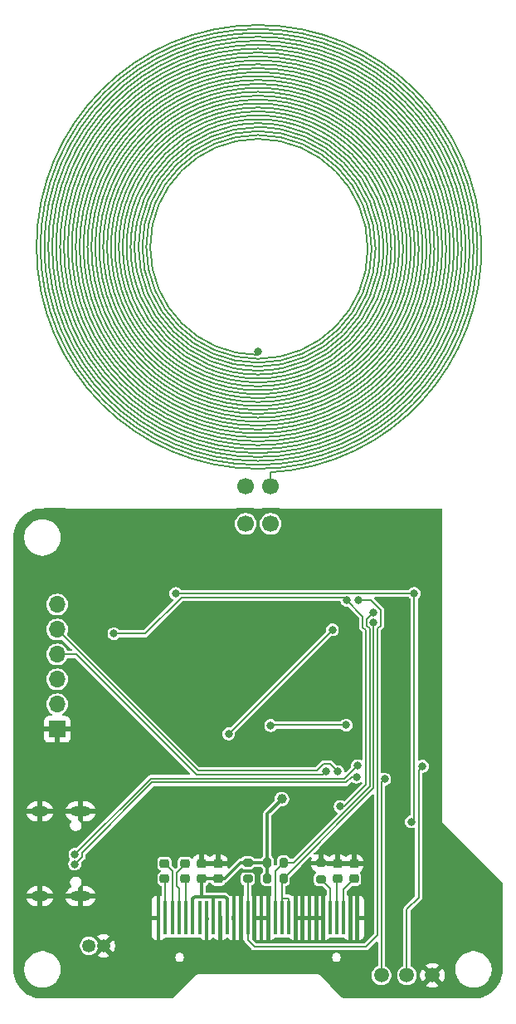
<source format=gbl>
G04 #@! TF.GenerationSoftware,KiCad,Pcbnew,9.0.4*
G04 #@! TF.CreationDate,2025-11-05T08:00:03+09:00*
G04 #@! TF.ProjectId,esp32_JJY_sim_C3_rev2,65737033-325f-44a4-9a59-5f73696d5f43,rev?*
G04 #@! TF.SameCoordinates,Original*
G04 #@! TF.FileFunction,Copper,L2,Bot*
G04 #@! TF.FilePolarity,Positive*
%FSLAX46Y46*%
G04 Gerber Fmt 4.6, Leading zero omitted, Abs format (unit mm)*
G04 Created by KiCad (PCBNEW 9.0.4) date 2025-11-05 08:00:03*
%MOMM*%
%LPD*%
G01*
G04 APERTURE LIST*
G04 Aperture macros list*
%AMRoundRect*
0 Rectangle with rounded corners*
0 $1 Rounding radius*
0 $2 $3 $4 $5 $6 $7 $8 $9 X,Y pos of 4 corners*
0 Add a 4 corners polygon primitive as box body*
4,1,4,$2,$3,$4,$5,$6,$7,$8,$9,$2,$3,0*
0 Add four circle primitives for the rounded corners*
1,1,$1+$1,$2,$3*
1,1,$1+$1,$4,$5*
1,1,$1+$1,$6,$7*
1,1,$1+$1,$8,$9*
0 Add four rect primitives between the rounded corners*
20,1,$1+$1,$2,$3,$4,$5,0*
20,1,$1+$1,$4,$5,$6,$7,0*
20,1,$1+$1,$6,$7,$8,$9,0*
20,1,$1+$1,$8,$9,$2,$3,0*%
G04 Aperture macros list end*
G04 #@! TA.AperFunction,Conductor*
%ADD10C,0.200000*%
G04 #@! TD*
G04 #@! TA.AperFunction,ComponentPad*
%ADD11C,1.700000*%
G04 #@! TD*
G04 #@! TA.AperFunction,ComponentPad*
%ADD12C,1.500000*%
G04 #@! TD*
G04 #@! TA.AperFunction,ComponentPad*
%ADD13C,1.350000*%
G04 #@! TD*
G04 #@! TA.AperFunction,ComponentPad*
%ADD14R,1.700000X1.700000*%
G04 #@! TD*
G04 #@! TA.AperFunction,ComponentPad*
%ADD15O,1.700000X1.700000*%
G04 #@! TD*
G04 #@! TA.AperFunction,ComponentPad*
%ADD16O,2.100000X1.000000*%
G04 #@! TD*
G04 #@! TA.AperFunction,ComponentPad*
%ADD17O,1.800000X1.000000*%
G04 #@! TD*
G04 #@! TA.AperFunction,SMDPad,CuDef*
%ADD18RoundRect,0.200000X0.275000X-0.200000X0.275000X0.200000X-0.275000X0.200000X-0.275000X-0.200000X0*%
G04 #@! TD*
G04 #@! TA.AperFunction,SMDPad,CuDef*
%ADD19RoundRect,0.225000X-0.250000X0.225000X-0.250000X-0.225000X0.250000X-0.225000X0.250000X0.225000X0*%
G04 #@! TD*
G04 #@! TA.AperFunction,SMDPad,CuDef*
%ADD20RoundRect,0.225000X0.250000X-0.225000X0.250000X0.225000X-0.250000X0.225000X-0.250000X-0.225000X0*%
G04 #@! TD*
G04 #@! TA.AperFunction,SMDPad,CuDef*
%ADD21RoundRect,0.200000X0.200000X0.275000X-0.200000X0.275000X-0.200000X-0.275000X0.200000X-0.275000X0*%
G04 #@! TD*
G04 #@! TA.AperFunction,SMDPad,CuDef*
%ADD22RoundRect,0.200000X-0.275000X0.200000X-0.275000X-0.200000X0.275000X-0.200000X0.275000X0.200000X0*%
G04 #@! TD*
G04 #@! TA.AperFunction,SMDPad,CuDef*
%ADD23R,0.400000X3.500000*%
G04 #@! TD*
G04 #@! TA.AperFunction,ViaPad*
%ADD24C,0.800000*%
G04 #@! TD*
G04 #@! TA.AperFunction,ViaPad*
%ADD25C,1.000000*%
G04 #@! TD*
G04 #@! TA.AperFunction,Conductor*
%ADD26C,0.300000*%
G04 #@! TD*
G04 APERTURE END LIST*
D10*
X125000000Y-57600000D02*
G75*
G02*
X125000000Y-89600000I0J-16000000D01*
G01*
X125000000Y-88400000D02*
G75*
G02*
X125000000Y-58400000I0J15000000D01*
G01*
X125000000Y-55600000D02*
G75*
G02*
X125000000Y-91600000I0J-18000000D01*
G01*
X125000000Y-84400000D02*
G75*
G02*
X125000000Y-62400000I0J11000000D01*
G01*
X125000000Y-53600000D02*
G75*
G02*
X125000000Y-93600000I0J-20000000D01*
G01*
X125000000Y-86000000D02*
G75*
G02*
X125000000Y-60800000I0J12600000D01*
G01*
X125000000Y-56400000D02*
G75*
G02*
X125000000Y-90800000I0J-17200000D01*
G01*
X125000000Y-94400000D02*
G75*
G02*
X125000000Y-52400000I0J21000000D01*
G01*
X125000000Y-86400000D02*
G75*
G02*
X125000000Y-60400000I0J13000000D01*
G01*
X125000000Y-56800000D02*
G75*
G02*
X125000000Y-90400000I0J-16800000D01*
G01*
X125000000Y-95200000D02*
G75*
G02*
X125000000Y-51600000I0J21800000D01*
G01*
X125000000Y-58000000D02*
G75*
G02*
X125000000Y-89200000I0J-15600000D01*
G01*
X125000000Y-88000000D02*
G75*
G02*
X125000000Y-58800000I0J14600000D01*
G01*
X125000000Y-90400000D02*
G75*
G02*
X125000000Y-56400000I0J17000000D01*
G01*
X125000000Y-58800000D02*
G75*
G02*
X125000000Y-88400000I0J-14800000D01*
G01*
X125000000Y-94000000D02*
G75*
G02*
X125000000Y-52800000I0J20600000D01*
G01*
X125000000Y-60800000D02*
G75*
G02*
X125000000Y-86400000I0J-12800000D01*
G01*
X125000000Y-92000000D02*
G75*
G02*
X125000000Y-54800000I0J18600000D01*
G01*
X125000000Y-51200000D02*
G75*
G02*
X125000000Y-96000000I0J-22400000D01*
G01*
X125000000Y-91200000D02*
G75*
G02*
X125000000Y-55600000I0J17800000D01*
G01*
X125000000Y-90800000D02*
G75*
G02*
X125000000Y-56000000I0J17400000D01*
G01*
X125000000Y-85200000D02*
G75*
G02*
X125000000Y-61600000I0J11800000D01*
G01*
X125000000Y-53200000D02*
G75*
G02*
X125000000Y-94000000I0J-20400000D01*
G01*
X125000000Y-54800000D02*
G75*
G02*
X125000000Y-92400000I0J-18800000D01*
G01*
X125000000Y-93600000D02*
G75*
G02*
X125000000Y-53200000I0J20200000D01*
G01*
X125000000Y-56000000D02*
G75*
G02*
X125000000Y-91200000I0J-17600000D01*
G01*
X125000000Y-57200000D02*
G75*
G02*
X125000000Y-90000000I0J-16400000D01*
G01*
X125000000Y-89200000D02*
G75*
G02*
X125000000Y-57600000I0J15800000D01*
G01*
X125000000Y-90000000D02*
G75*
G02*
X125000000Y-56800000I0J16600000D01*
G01*
X125000000Y-85600000D02*
G75*
G02*
X125000000Y-61200000I0J12200000D01*
G01*
X125000000Y-50800000D02*
G75*
G02*
X126275800Y-96364278I0J-22800000D01*
G01*
X125000000Y-52000000D02*
G75*
G02*
X125000000Y-95200000I0J-21600000D01*
G01*
X125000000Y-60000000D02*
G75*
G02*
X125000000Y-87200000I0J-13600000D01*
G01*
X125000000Y-94800000D02*
G75*
G02*
X125000000Y-52000000I0J21400000D01*
G01*
X125000000Y-62000000D02*
G75*
G02*
X125000000Y-85200000I0J-11600000D01*
G01*
X125000000Y-59600000D02*
G75*
G02*
X125000000Y-87600000I0J-14000000D01*
G01*
X125000000Y-95600000D02*
G75*
G02*
X125000000Y-51200000I0J22200000D01*
G01*
X125000000Y-93200000D02*
G75*
G02*
X125000000Y-53600000I0J19800000D01*
G01*
X125000000Y-60400000D02*
G75*
G02*
X125000000Y-86800000I0J-13200000D01*
G01*
X125000000Y-52800000D02*
G75*
G02*
X125000000Y-94400000I0J-20800000D01*
G01*
X125000000Y-54000000D02*
G75*
G02*
X125000000Y-93200000I0J-19600000D01*
G01*
X125000000Y-51600000D02*
G75*
G02*
X125000000Y-95600000I0J-22000000D01*
G01*
X125000000Y-88800000D02*
G75*
G02*
X125000000Y-58000000I0J15400000D01*
G01*
X125000000Y-87600000D02*
G75*
G02*
X125000000Y-59200000I0J14200000D01*
G01*
X125000000Y-59200000D02*
G75*
G02*
X125000000Y-88000000I0J-14400000D01*
G01*
X125000000Y-52400000D02*
G75*
G02*
X125000000Y-94800000I0J-21200000D01*
G01*
X125000000Y-91600000D02*
G75*
G02*
X125000000Y-55200000I0J18200000D01*
G01*
X125000000Y-92400000D02*
G75*
G02*
X125000000Y-54400000I0J19000000D01*
G01*
X125000000Y-58400000D02*
G75*
G02*
X125000000Y-88800000I0J-15200000D01*
G01*
X125000000Y-61600000D02*
G75*
G02*
X125000000Y-85600000I0J-12000000D01*
G01*
X125000000Y-86800000D02*
G75*
G02*
X125000000Y-60000000I0J13400000D01*
G01*
X125000000Y-92800000D02*
G75*
G02*
X125000000Y-54000000I0J19400000D01*
G01*
X125000000Y-55200000D02*
G75*
G02*
X125000000Y-92000000I0J-18400000D01*
G01*
X125000000Y-54400000D02*
G75*
G02*
X125000000Y-92800000I0J-19200000D01*
G01*
X125000000Y-96000000D02*
G75*
G02*
X125000000Y-50800000I0J22600000D01*
G01*
X125000000Y-84800000D02*
G75*
G02*
X125000000Y-62000000I0J11400000D01*
G01*
X125000000Y-61200000D02*
G75*
G02*
X125000000Y-86000000I0J-12400000D01*
G01*
X125000000Y-62400000D02*
G75*
G02*
X125000000Y-84800000I0J-11200000D01*
G01*
X125000000Y-87200000D02*
G75*
G02*
X125000000Y-59600000I0J13800000D01*
G01*
X125000000Y-89600000D02*
G75*
G02*
X125000000Y-57200000I0J16200000D01*
G01*
D11*
X123740000Y-101625000D03*
X123740000Y-97815000D03*
D12*
X137600000Y-147600000D03*
D13*
X107750000Y-144600000D03*
X109250000Y-144600000D03*
D11*
X126280000Y-101625000D03*
X126280000Y-97815000D03*
D12*
X140200000Y-147600000D03*
D14*
X104500000Y-122540000D03*
D15*
X104500000Y-120000000D03*
X104500000Y-117460000D03*
X104500000Y-114920000D03*
X104500000Y-112380000D03*
X104500000Y-109840000D03*
D16*
X106900000Y-130900000D03*
D17*
X102720000Y-130900000D03*
D16*
X106900000Y-139540000D03*
D17*
X102720000Y-139540000D03*
D12*
X142800000Y-147600000D03*
D18*
X131400000Y-137825000D03*
X131400000Y-136175000D03*
D19*
X117550000Y-136220000D03*
X117550000Y-137770000D03*
D20*
X134800000Y-137775000D03*
X134800000Y-136225000D03*
D21*
X127600000Y-137750000D03*
X125950000Y-137750000D03*
D20*
X119250000Y-137775000D03*
X119250000Y-136225000D03*
X115475000Y-137770000D03*
X115475000Y-136220000D03*
D22*
X123950000Y-136125000D03*
X123950000Y-137775000D03*
D20*
X120925000Y-137775000D03*
X120925000Y-136225000D03*
D21*
X127600000Y-136100000D03*
X125950000Y-136100000D03*
D23*
X114850000Y-141750000D03*
X115550000Y-141750000D03*
X116250000Y-141750000D03*
X116950000Y-141750000D03*
X117650000Y-141750000D03*
X118350000Y-141750000D03*
X119050000Y-141750000D03*
X119750000Y-141750000D03*
X120450000Y-141750000D03*
X121150000Y-141750000D03*
X121850000Y-141750000D03*
X122550000Y-141750000D03*
X123250000Y-141750000D03*
X123950000Y-141750000D03*
X124650000Y-141750000D03*
X125350000Y-141750000D03*
X126050000Y-141750000D03*
X126750000Y-141750000D03*
X127450000Y-141750000D03*
X128150000Y-141750000D03*
X128850000Y-141750000D03*
X129550000Y-141750000D03*
X130250000Y-141750000D03*
X130950000Y-141750000D03*
X131650000Y-141750000D03*
X132350000Y-141750000D03*
X133050000Y-141750000D03*
X133750000Y-141750000D03*
X134450000Y-141750000D03*
X135150000Y-141750000D03*
D20*
X133100000Y-137775000D03*
X133100000Y-136225000D03*
D24*
X119000000Y-131000000D03*
X132000000Y-121000000D03*
X105000000Y-106000000D03*
X129000000Y-125000000D03*
X125000000Y-146000000D03*
X111000000Y-115000000D03*
X113000000Y-101000000D03*
X139050000Y-123250000D03*
X139000000Y-140000000D03*
X115000000Y-146000000D03*
X139000000Y-117170000D03*
X130000000Y-103000000D03*
X113000000Y-131000000D03*
X142500000Y-121000000D03*
X135000000Y-146000000D03*
X129500000Y-138000000D03*
X131000000Y-111000000D03*
X136000000Y-103000000D03*
X142500000Y-103000000D03*
X131300000Y-131000000D03*
X113000000Y-140000000D03*
X116500000Y-121500000D03*
X109700000Y-121400000D03*
X122000000Y-121500000D03*
X113000000Y-106000000D03*
X142500000Y-112000000D03*
X125000000Y-131000000D03*
X113000000Y-126000000D03*
X103400000Y-135400000D03*
X134000000Y-117170000D03*
X139000000Y-131000000D03*
X117300000Y-110400000D03*
X140950000Y-108700000D03*
X116600000Y-108700000D03*
X140650000Y-131950000D03*
D25*
X127424000Y-129650000D03*
D24*
X133150000Y-126850000D03*
X136798998Y-110663948D03*
X136807531Y-111689923D03*
X131951000Y-126799000D03*
X134000000Y-122119000D03*
X126300000Y-122150000D03*
X125000000Y-84100000D03*
X137930025Y-127619975D03*
X110300000Y-112800000D03*
X134079601Y-109420399D03*
X133392951Y-130400000D03*
X135225000Y-109400000D03*
X122000000Y-123000000D03*
X132600000Y-112400000D03*
X135150000Y-126250000D03*
X106319051Y-135270002D03*
X106302097Y-136269859D03*
X135050000Y-127400000D03*
X141794975Y-126305025D03*
D10*
X140950000Y-131650000D02*
X140650000Y-131950000D01*
X140950000Y-108700000D02*
X140950000Y-131650000D01*
X116600000Y-108700000D02*
X140950000Y-108700000D01*
D26*
X123225000Y-136125000D02*
X123950000Y-136125000D01*
X121652000Y-139600000D02*
X121850000Y-139798000D01*
X119250000Y-139600000D02*
X118548000Y-139600000D01*
X120925000Y-137775000D02*
X121575000Y-137775000D01*
X123950000Y-136125000D02*
X125925000Y-136125000D01*
X125955000Y-136095000D02*
X125950000Y-136100000D01*
X121575000Y-137775000D02*
X123225000Y-136125000D01*
X121850000Y-139798000D02*
X121850000Y-141750000D01*
X120450000Y-139600000D02*
X119250000Y-139600000D01*
X125925000Y-136125000D02*
X125950000Y-136100000D01*
X120925000Y-137775000D02*
X119250000Y-137775000D01*
X127424000Y-129650000D02*
X127424000Y-129676000D01*
X125950000Y-136100000D02*
X125950000Y-137750000D01*
X119250000Y-137775000D02*
X119250000Y-139600000D01*
X127424000Y-129676000D02*
X125950000Y-131150000D01*
X120450000Y-141750000D02*
X120450000Y-139600000D01*
X118548000Y-139600000D02*
X118350000Y-139798000D01*
X120450000Y-139600000D02*
X121652000Y-139600000D01*
X118350000Y-139798000D02*
X118350000Y-141750000D01*
X125950000Y-131150000D02*
X125950000Y-136100000D01*
D10*
X133740000Y-141740000D02*
X133750000Y-141750000D01*
X133740000Y-138835000D02*
X133740000Y-141740000D01*
X134800000Y-137775000D02*
X133740000Y-138835000D01*
X133100000Y-137775000D02*
X133050000Y-137825000D01*
X133050000Y-137825000D02*
X133050000Y-141750000D01*
X131009636Y-126749000D02*
X118869000Y-126749000D01*
X132398000Y-126098000D02*
X131660636Y-126098000D01*
X133150000Y-126850000D02*
X132398000Y-126098000D01*
X131660636Y-126098000D02*
X131009636Y-126749000D01*
X118869000Y-126749000D02*
X104500000Y-112380000D01*
X136798998Y-110663948D02*
X136100000Y-111362946D01*
X136399000Y-128383900D02*
X128682900Y-136100000D01*
X128682900Y-136100000D02*
X127600000Y-136100000D01*
X136100000Y-111362946D02*
X136100000Y-111973756D01*
X136399000Y-112272756D02*
X136399000Y-128383900D01*
X127600000Y-136100000D02*
X126750000Y-136950000D01*
X136100000Y-111973756D02*
X136399000Y-112272756D01*
X126750000Y-136950000D02*
X126750000Y-141750000D01*
X128150000Y-139740000D02*
X127450000Y-139740000D01*
X136800000Y-111697454D02*
X136800000Y-128550000D01*
X127450000Y-141750000D02*
X127450000Y-139740000D01*
X136800000Y-128550000D02*
X127600000Y-137750000D01*
X136807531Y-111689923D02*
X136800000Y-111697454D01*
X127450000Y-137900000D02*
X127450000Y-139740000D01*
X128150000Y-141750000D02*
X128150000Y-139740000D01*
X127600000Y-137750000D02*
X127450000Y-137900000D01*
X106472900Y-114920000D02*
X104500000Y-114920000D01*
X131951000Y-126799000D02*
X131600000Y-127150000D01*
X131600000Y-127150000D02*
X118702900Y-127150000D01*
X118702900Y-127150000D02*
X106472900Y-114920000D01*
X117650000Y-137770000D02*
X117650000Y-141750000D01*
X117550000Y-137770000D02*
X117650000Y-137770000D01*
X116950000Y-138790000D02*
X116950000Y-141750000D01*
X116705000Y-138545000D02*
X116950000Y-138790000D01*
X116705000Y-137165000D02*
X116705000Y-138545000D01*
X117650000Y-136220000D02*
X116705000Y-137165000D01*
X134000000Y-122119000D02*
X126331000Y-122119000D01*
X126331000Y-122119000D02*
X126300000Y-122150000D01*
X126265000Y-96375078D02*
X126265000Y-97800000D01*
X125000000Y-84100000D02*
X125000000Y-84400000D01*
X126270000Y-96370078D02*
X126265000Y-96375078D01*
X115495000Y-136220000D02*
X116250000Y-136975000D01*
X116250000Y-136975000D02*
X116250000Y-141750000D01*
X115550000Y-137845000D02*
X115475000Y-137770000D01*
X115550000Y-141750000D02*
X115550000Y-137845000D01*
X137930025Y-127619975D02*
X137927677Y-127619975D01*
X137600000Y-127947652D02*
X137600000Y-147600000D01*
X137927677Y-127619975D02*
X137600000Y-127947652D01*
X133815800Y-130400000D02*
X135998000Y-128217800D01*
X110301000Y-112801000D02*
X113499000Y-112801000D01*
X110300000Y-112800000D02*
X110301000Y-112801000D01*
X117199000Y-109101000D02*
X133760203Y-109101000D01*
X135998000Y-128217800D02*
X135998000Y-112438856D01*
X135700000Y-111040797D02*
X134079601Y-109420399D01*
X135699000Y-111196846D02*
X135700000Y-111195846D01*
X133760203Y-109101000D02*
X134079601Y-109420399D01*
X133392951Y-130400000D02*
X133815800Y-130400000D01*
X135699000Y-112139856D02*
X135699000Y-111196846D01*
X135700000Y-111195846D02*
X135700000Y-111040797D01*
X135998000Y-112438856D02*
X135699000Y-112139856D01*
X113499000Y-112801000D02*
X117199000Y-109101000D01*
X135225000Y-109400000D02*
X136525000Y-109400000D01*
X124650000Y-144700000D02*
X123950000Y-144000000D01*
X137087948Y-109962948D02*
X137089362Y-109962948D01*
X136000000Y-144700000D02*
X124650000Y-144700000D01*
X137201000Y-112287818D02*
X137201000Y-127882314D01*
X137201000Y-127882314D02*
X137200000Y-127883314D01*
X123950000Y-137775000D02*
X123950000Y-141750000D01*
X137508531Y-110382117D02*
X137508531Y-111980287D01*
X137508531Y-111980287D02*
X137201000Y-112287818D01*
X137089362Y-109962948D02*
X137508531Y-110382117D01*
X137200000Y-143500000D02*
X136000000Y-144700000D01*
X123950000Y-144000000D02*
X123950000Y-141750000D01*
X137200000Y-127883314D02*
X137200000Y-143500000D01*
X136525000Y-109400000D02*
X137087948Y-109962948D01*
X132600000Y-112400000D02*
X122000000Y-123000000D01*
X114039057Y-127550000D02*
X133850000Y-127550000D01*
X133850000Y-127550000D02*
X135150000Y-126250000D01*
X106319055Y-135270002D02*
X114039057Y-127550000D01*
X106319051Y-135270002D02*
X106319055Y-135270002D01*
X114205157Y-127951000D02*
X107020051Y-135136106D01*
X106609415Y-135971002D02*
X106608001Y-135971002D01*
X134567100Y-127400000D02*
X134016100Y-127951000D01*
X106309144Y-136269859D02*
X106302097Y-136269859D01*
X135050000Y-127400000D02*
X134567100Y-127400000D01*
X107020051Y-135560366D02*
X106609415Y-135971002D01*
X107020051Y-135136106D02*
X107020051Y-135560366D01*
X106608001Y-135971002D02*
X106309144Y-136269859D01*
X134016100Y-127951000D02*
X114205157Y-127951000D01*
X141794975Y-126305025D02*
X141400000Y-126700000D01*
X141400000Y-139650000D02*
X140200000Y-140850000D01*
X140200000Y-140850000D02*
X140200000Y-147600000D01*
X141400000Y-126700000D02*
X141400000Y-139650000D01*
X131455000Y-137825000D02*
X132350000Y-138720000D01*
X131400000Y-137825000D02*
X131455000Y-137825000D01*
X132350000Y-138720000D02*
X132350000Y-141750000D01*
G04 #@! TA.AperFunction,Conductor*
G36*
X105342689Y-100003109D02*
G01*
X105440785Y-100025499D01*
X105440790Y-100025500D01*
X122761178Y-100025500D01*
X122830918Y-100005022D01*
X122865851Y-100000000D01*
X124534149Y-100000000D01*
X124569081Y-100005022D01*
X124606852Y-100016113D01*
X124638821Y-100025500D01*
X124638822Y-100025500D01*
X125361178Y-100025500D01*
X125430918Y-100005022D01*
X125465851Y-100000000D01*
X127134149Y-100000000D01*
X127169081Y-100005022D01*
X127206852Y-100016113D01*
X127238821Y-100025500D01*
X143676000Y-100025500D01*
X143743039Y-100045185D01*
X143788794Y-100097989D01*
X143800000Y-100149500D01*
X143800000Y-132000000D01*
X149938181Y-138138181D01*
X149971666Y-138199504D01*
X149974500Y-138225862D01*
X149974500Y-146996753D01*
X149974330Y-147003243D01*
X149958544Y-147304433D01*
X149957187Y-147317340D01*
X149910517Y-147612010D01*
X149907819Y-147624706D01*
X149830600Y-147912892D01*
X149826589Y-147925237D01*
X149719670Y-148203770D01*
X149714391Y-148215627D01*
X149578941Y-148481464D01*
X149572455Y-148492697D01*
X149499850Y-148604500D01*
X149409962Y-148742914D01*
X149402333Y-148753414D01*
X149214570Y-148985282D01*
X149205885Y-148994927D01*
X148994927Y-149205885D01*
X148985282Y-149214570D01*
X148753414Y-149402333D01*
X148742914Y-149409962D01*
X148492697Y-149572455D01*
X148481464Y-149578941D01*
X148215627Y-149714391D01*
X148203770Y-149719670D01*
X147925237Y-149826589D01*
X147912892Y-149830600D01*
X147624706Y-149907819D01*
X147612010Y-149910517D01*
X147317340Y-149957187D01*
X147304433Y-149958544D01*
X147003244Y-149974330D01*
X146996754Y-149974500D01*
X133897435Y-149974500D01*
X133885270Y-149973902D01*
X133871658Y-149972560D01*
X133810912Y-149966571D01*
X133787082Y-149961829D01*
X133721432Y-149941913D01*
X133698984Y-149932615D01*
X133638479Y-149900280D01*
X133618273Y-149886782D01*
X133560775Y-149839608D01*
X133551289Y-149830967D01*
X132376316Y-148643677D01*
X142109873Y-148643677D01*
X142109873Y-148643678D01*
X142144858Y-148669096D01*
X142320164Y-148758418D01*
X142507294Y-148819221D01*
X142701618Y-148850000D01*
X142898382Y-148850000D01*
X143092705Y-148819221D01*
X143279835Y-148758418D01*
X143455143Y-148669095D01*
X143490125Y-148643678D01*
X143490126Y-148643678D01*
X142800001Y-147953553D01*
X142800000Y-147953553D01*
X142109873Y-148643677D01*
X132376316Y-148643677D01*
X131429537Y-147686974D01*
X131429537Y-147686973D01*
X131377454Y-147634346D01*
X131377443Y-147634275D01*
X131371690Y-147628522D01*
X131371584Y-147628415D01*
X131371585Y-147628415D01*
X131371499Y-147628329D01*
X131364249Y-147621003D01*
X131347852Y-147604434D01*
X131347091Y-147603920D01*
X131334989Y-147591818D01*
X131248916Y-147534306D01*
X131165500Y-147499754D01*
X131153283Y-147494694D01*
X131153279Y-147494693D01*
X131153275Y-147494692D01*
X131051761Y-147474500D01*
X131051757Y-147474500D01*
X131010562Y-147474500D01*
X118989438Y-147474500D01*
X118964775Y-147474500D01*
X118964771Y-147474501D01*
X118948243Y-147474501D01*
X118897480Y-147484598D01*
X118846716Y-147494695D01*
X118846711Y-147494696D01*
X118751085Y-147534308D01*
X118751075Y-147534313D01*
X118665015Y-147591817D01*
X118665013Y-147591819D01*
X118652901Y-147603930D01*
X118652900Y-147603929D01*
X118635827Y-147621003D01*
X118635752Y-147621004D01*
X118628502Y-147628329D01*
X118628237Y-147628594D01*
X118628081Y-147628751D01*
X118609571Y-147647261D01*
X118609041Y-147647992D01*
X116448695Y-149830956D01*
X116439218Y-149839590D01*
X116381715Y-149886777D01*
X116361500Y-149900282D01*
X116301012Y-149932608D01*
X116278556Y-149941908D01*
X116230011Y-149956630D01*
X116212917Y-149961814D01*
X116189078Y-149966554D01*
X116122901Y-149973067D01*
X116114400Y-149973904D01*
X116102256Y-149974500D01*
X103003246Y-149974500D01*
X102996756Y-149974330D01*
X102695566Y-149958544D01*
X102682659Y-149957187D01*
X102387989Y-149910517D01*
X102375293Y-149907819D01*
X102347164Y-149900282D01*
X102218203Y-149865727D01*
X102087107Y-149830600D01*
X102074762Y-149826589D01*
X101796229Y-149719670D01*
X101784372Y-149714391D01*
X101755029Y-149699440D01*
X101518529Y-149578937D01*
X101507310Y-149572460D01*
X101257079Y-149409958D01*
X101246585Y-149402333D01*
X101014717Y-149214570D01*
X101005072Y-149205885D01*
X100794114Y-148994927D01*
X100785429Y-148985282D01*
X100597666Y-148753414D01*
X100590044Y-148742923D01*
X100427535Y-148492683D01*
X100421065Y-148481477D01*
X100285603Y-148215617D01*
X100280334Y-148203781D01*
X100173407Y-147925228D01*
X100169402Y-147912901D01*
X100092176Y-147624690D01*
X100089484Y-147612022D01*
X100042812Y-147317340D01*
X100041455Y-147304433D01*
X100025670Y-147003243D01*
X100025500Y-146996753D01*
X100025500Y-146878711D01*
X101149500Y-146878711D01*
X101149500Y-147121288D01*
X101181161Y-147361785D01*
X101243947Y-147596104D01*
X101286542Y-147698937D01*
X101336776Y-147820212D01*
X101458064Y-148030289D01*
X101458066Y-148030292D01*
X101458067Y-148030293D01*
X101605733Y-148222736D01*
X101605739Y-148222743D01*
X101777256Y-148394260D01*
X101777262Y-148394265D01*
X101969711Y-148541936D01*
X102179788Y-148663224D01*
X102403900Y-148756054D01*
X102638211Y-148818838D01*
X102818586Y-148842584D01*
X102878711Y-148850500D01*
X102878712Y-148850500D01*
X103121289Y-148850500D01*
X103169388Y-148844167D01*
X103361789Y-148818838D01*
X103596100Y-148756054D01*
X103820212Y-148663224D01*
X104030289Y-148541936D01*
X104222738Y-148394265D01*
X104394265Y-148222738D01*
X104541936Y-148030289D01*
X104663224Y-147820212D01*
X104756054Y-147596100D01*
X104818838Y-147361789D01*
X104850500Y-147121288D01*
X104850500Y-146878712D01*
X104818838Y-146638211D01*
X104756054Y-146403900D01*
X104663224Y-146179788D01*
X104541936Y-145969711D01*
X104481018Y-145890321D01*
X104394266Y-145777263D01*
X104394260Y-145777256D01*
X104222743Y-145605739D01*
X104222736Y-145605733D01*
X104030293Y-145458067D01*
X104030292Y-145458066D01*
X104030289Y-145458064D01*
X103820212Y-145336776D01*
X103784506Y-145321986D01*
X103596104Y-145243947D01*
X103361785Y-145181161D01*
X103121289Y-145149500D01*
X103121288Y-145149500D01*
X102878712Y-145149500D01*
X102878711Y-145149500D01*
X102638214Y-145181161D01*
X102403895Y-145243947D01*
X102179794Y-145336773D01*
X102179785Y-145336777D01*
X101969706Y-145458067D01*
X101777263Y-145605733D01*
X101777256Y-145605739D01*
X101605739Y-145777256D01*
X101605733Y-145777263D01*
X101458067Y-145969706D01*
X101336777Y-146179785D01*
X101336773Y-146179794D01*
X101243947Y-146403895D01*
X101181161Y-146638214D01*
X101149500Y-146878711D01*
X100025500Y-146878711D01*
X100025500Y-144691550D01*
X106820499Y-144691550D01*
X106856219Y-144871119D01*
X106856222Y-144871129D01*
X106926285Y-145040278D01*
X106926286Y-145040280D01*
X107028010Y-145192520D01*
X107028013Y-145192524D01*
X107157475Y-145321986D01*
X107157479Y-145321989D01*
X107309717Y-145423712D01*
X107309718Y-145423712D01*
X107309719Y-145423713D01*
X107309721Y-145423714D01*
X107429644Y-145473387D01*
X107478875Y-145493779D01*
X107478879Y-145493779D01*
X107478880Y-145493780D01*
X107658449Y-145529500D01*
X107658452Y-145529500D01*
X107841550Y-145529500D01*
X107962358Y-145505468D01*
X108021125Y-145493779D01*
X108179537Y-145428163D01*
X108179538Y-145428163D01*
X108190278Y-145423714D01*
X108190283Y-145423712D01*
X108342521Y-145321989D01*
X108471989Y-145192521D01*
X108573712Y-145040283D01*
X108643779Y-144871125D01*
X108643779Y-144871124D01*
X108646110Y-144865497D01*
X108647709Y-144866159D01*
X108673779Y-144822667D01*
X108850000Y-144646446D01*
X108850000Y-144652661D01*
X108877259Y-144754394D01*
X108929920Y-144845606D01*
X109004394Y-144920080D01*
X109095606Y-144972741D01*
X109197339Y-145000000D01*
X109203553Y-145000000D01*
X108613568Y-145589983D01*
X108613568Y-145589984D01*
X108634165Y-145604949D01*
X108798956Y-145688915D01*
X108798959Y-145688916D01*
X108974852Y-145746066D01*
X109157527Y-145775000D01*
X109342473Y-145775000D01*
X109525147Y-145746066D01*
X109695577Y-145690691D01*
X116549500Y-145690691D01*
X116549500Y-145809309D01*
X116580201Y-145923886D01*
X116639511Y-146026613D01*
X116723387Y-146110489D01*
X116826114Y-146169799D01*
X116940691Y-146200500D01*
X116940694Y-146200500D01*
X117059306Y-146200500D01*
X117059309Y-146200500D01*
X117173886Y-146169799D01*
X117276613Y-146110489D01*
X117360489Y-146026613D01*
X117419799Y-145923886D01*
X117450500Y-145809309D01*
X117450500Y-145690691D01*
X132549500Y-145690691D01*
X132549500Y-145809309D01*
X132580201Y-145923886D01*
X132639511Y-146026613D01*
X132723387Y-146110489D01*
X132826114Y-146169799D01*
X132940691Y-146200500D01*
X132940694Y-146200500D01*
X133059306Y-146200500D01*
X133059309Y-146200500D01*
X133173886Y-146169799D01*
X133276613Y-146110489D01*
X133360489Y-146026613D01*
X133419799Y-145923886D01*
X133450500Y-145809309D01*
X133450500Y-145690691D01*
X133419799Y-145576114D01*
X133360489Y-145473387D01*
X133276613Y-145389511D01*
X133173886Y-145330201D01*
X133059309Y-145299500D01*
X132940691Y-145299500D01*
X132826114Y-145330201D01*
X132826112Y-145330201D01*
X132826112Y-145330202D01*
X132723387Y-145389511D01*
X132723384Y-145389513D01*
X132639513Y-145473384D01*
X132639511Y-145473387D01*
X132580201Y-145576114D01*
X132549500Y-145690691D01*
X117450500Y-145690691D01*
X117419799Y-145576114D01*
X117360489Y-145473387D01*
X117276613Y-145389511D01*
X117173886Y-145330201D01*
X117059309Y-145299500D01*
X116940691Y-145299500D01*
X116826114Y-145330201D01*
X116826112Y-145330201D01*
X116826112Y-145330202D01*
X116723387Y-145389511D01*
X116723384Y-145389513D01*
X116639513Y-145473384D01*
X116639511Y-145473387D01*
X116580201Y-145576114D01*
X116549500Y-145690691D01*
X109695577Y-145690691D01*
X109701040Y-145688916D01*
X109701043Y-145688915D01*
X109865836Y-145604948D01*
X109886430Y-145589983D01*
X109886431Y-145589983D01*
X109296448Y-145000000D01*
X109302661Y-145000000D01*
X109404394Y-144972741D01*
X109495606Y-144920080D01*
X109570080Y-144845606D01*
X109622741Y-144754394D01*
X109650000Y-144652661D01*
X109650000Y-144646447D01*
X110239983Y-145236430D01*
X110239984Y-145236430D01*
X110254942Y-145215845D01*
X110254947Y-145215836D01*
X110338915Y-145051043D01*
X110338916Y-145051040D01*
X110396066Y-144875147D01*
X110425000Y-144692473D01*
X110425000Y-144507526D01*
X110396066Y-144324852D01*
X110338916Y-144148959D01*
X110338915Y-144148956D01*
X110254949Y-143984165D01*
X110239983Y-143963568D01*
X109650000Y-144553551D01*
X109650000Y-144547339D01*
X109622741Y-144445606D01*
X109570080Y-144354394D01*
X109495606Y-144279920D01*
X109404394Y-144227259D01*
X109302661Y-144200000D01*
X109296447Y-144200000D01*
X109886431Y-143610016D01*
X109886430Y-143610015D01*
X109865834Y-143595050D01*
X109773188Y-143547844D01*
X114150000Y-143547844D01*
X114156401Y-143607372D01*
X114156403Y-143607379D01*
X114206645Y-143742086D01*
X114206649Y-143742093D01*
X114292809Y-143857187D01*
X114292812Y-143857190D01*
X114407906Y-143943350D01*
X114407913Y-143943354D01*
X114542620Y-143993596D01*
X114542627Y-143993598D01*
X114602155Y-143999999D01*
X114602172Y-144000000D01*
X114650000Y-144000000D01*
X114650000Y-141950000D01*
X114150000Y-141950000D01*
X114150000Y-143547844D01*
X109773188Y-143547844D01*
X109701043Y-143511084D01*
X109701040Y-143511083D01*
X109525147Y-143453933D01*
X109342473Y-143425000D01*
X109157527Y-143425000D01*
X108974852Y-143453933D01*
X108798959Y-143511083D01*
X108798956Y-143511084D01*
X108634167Y-143595049D01*
X108613568Y-143610015D01*
X109203554Y-144200000D01*
X109197339Y-144200000D01*
X109095606Y-144227259D01*
X109004394Y-144279920D01*
X108929920Y-144354394D01*
X108877259Y-144445606D01*
X108850000Y-144547339D01*
X108850000Y-144553553D01*
X108673779Y-144377332D01*
X108647709Y-144333839D01*
X108646110Y-144334502D01*
X108573714Y-144159721D01*
X108573713Y-144159719D01*
X108566523Y-144148959D01*
X108471989Y-144007479D01*
X108471986Y-144007475D01*
X108342524Y-143878013D01*
X108342520Y-143878010D01*
X108190280Y-143776286D01*
X108179533Y-143771835D01*
X108179531Y-143771834D01*
X108021129Y-143706222D01*
X108021119Y-143706219D01*
X107841550Y-143670500D01*
X107841548Y-143670500D01*
X107658452Y-143670500D01*
X107658450Y-143670500D01*
X107478880Y-143706219D01*
X107478870Y-143706222D01*
X107309721Y-143776285D01*
X107309719Y-143776286D01*
X107157479Y-143878010D01*
X107157475Y-143878013D01*
X107028013Y-144007475D01*
X107028010Y-144007479D01*
X106926286Y-144159719D01*
X106926285Y-144159721D01*
X106856222Y-144328870D01*
X106856219Y-144328880D01*
X106820500Y-144508449D01*
X106820500Y-144508452D01*
X106820500Y-144691548D01*
X106820500Y-144691550D01*
X106820499Y-144691550D01*
X100025500Y-144691550D01*
X100025500Y-139290000D01*
X101350138Y-139290000D01*
X102153012Y-139290000D01*
X102135795Y-139299940D01*
X102079940Y-139355795D01*
X102040444Y-139424204D01*
X102020000Y-139500504D01*
X102020000Y-139579496D01*
X102040444Y-139655796D01*
X102079940Y-139724205D01*
X102135795Y-139780060D01*
X102153012Y-139790000D01*
X101350138Y-139790000D01*
X101358430Y-139831690D01*
X101358430Y-139831692D01*
X101433807Y-140013671D01*
X101433814Y-140013684D01*
X101543248Y-140177462D01*
X101543251Y-140177466D01*
X101682533Y-140316748D01*
X101682537Y-140316751D01*
X101846315Y-140426185D01*
X101846328Y-140426192D01*
X102028306Y-140501569D01*
X102028318Y-140501572D01*
X102221504Y-140539999D01*
X102221508Y-140540000D01*
X102470000Y-140540000D01*
X102470000Y-139840000D01*
X102970000Y-139840000D01*
X102970000Y-140540000D01*
X103218492Y-140540000D01*
X103218495Y-140539999D01*
X103411681Y-140501572D01*
X103411693Y-140501569D01*
X103593671Y-140426192D01*
X103593684Y-140426185D01*
X103757462Y-140316751D01*
X103757466Y-140316748D01*
X103896748Y-140177466D01*
X103896751Y-140177462D01*
X104006185Y-140013684D01*
X104006192Y-140013671D01*
X104081569Y-139831692D01*
X104081569Y-139831690D01*
X104089862Y-139790000D01*
X103286988Y-139790000D01*
X103304205Y-139780060D01*
X103360060Y-139724205D01*
X103399556Y-139655796D01*
X103420000Y-139579496D01*
X103420000Y-139500504D01*
X103399556Y-139424204D01*
X103360060Y-139355795D01*
X103304205Y-139299940D01*
X103286988Y-139290000D01*
X104089862Y-139290000D01*
X105380138Y-139290000D01*
X106183012Y-139290000D01*
X106165795Y-139299940D01*
X106109940Y-139355795D01*
X106070444Y-139424204D01*
X106050000Y-139500504D01*
X106050000Y-139579496D01*
X106070444Y-139655796D01*
X106109940Y-139724205D01*
X106165795Y-139780060D01*
X106183012Y-139790000D01*
X105380138Y-139790000D01*
X105388430Y-139831690D01*
X105388430Y-139831692D01*
X105463807Y-140013671D01*
X105463814Y-140013684D01*
X105573248Y-140177462D01*
X105573251Y-140177466D01*
X105712533Y-140316748D01*
X105712537Y-140316751D01*
X105876315Y-140426185D01*
X105876328Y-140426192D01*
X106058306Y-140501569D01*
X106058318Y-140501572D01*
X106251504Y-140539999D01*
X106251508Y-140540000D01*
X106650000Y-140540000D01*
X106650000Y-139840000D01*
X107150000Y-139840000D01*
X107150000Y-140540000D01*
X107548492Y-140540000D01*
X107548495Y-140539999D01*
X107741681Y-140501572D01*
X107741693Y-140501569D01*
X107923671Y-140426192D01*
X107923684Y-140426185D01*
X108087462Y-140316751D01*
X108087466Y-140316748D01*
X108226748Y-140177466D01*
X108226751Y-140177462D01*
X108336185Y-140013684D01*
X108336192Y-140013672D01*
X108361673Y-139952155D01*
X114150000Y-139952155D01*
X114150000Y-141550000D01*
X114650000Y-141550000D01*
X114650000Y-139500000D01*
X114602155Y-139500000D01*
X114542627Y-139506401D01*
X114542620Y-139506403D01*
X114407913Y-139556645D01*
X114407906Y-139556649D01*
X114292812Y-139642809D01*
X114292809Y-139642812D01*
X114206649Y-139757906D01*
X114206645Y-139757913D01*
X114156403Y-139892620D01*
X114156401Y-139892627D01*
X114150000Y-139952155D01*
X108361673Y-139952155D01*
X108382696Y-139901399D01*
X108382696Y-139901398D01*
X108411570Y-139831689D01*
X108419862Y-139790000D01*
X107616988Y-139790000D01*
X107634205Y-139780060D01*
X107690060Y-139724205D01*
X107729556Y-139655796D01*
X107750000Y-139579496D01*
X107750000Y-139500504D01*
X107729556Y-139424204D01*
X107690060Y-139355795D01*
X107634205Y-139299940D01*
X107616988Y-139290000D01*
X108419862Y-139290000D01*
X108411569Y-139248309D01*
X108411569Y-139248307D01*
X108336192Y-139066328D01*
X108336185Y-139066315D01*
X108226751Y-138902537D01*
X108226748Y-138902533D01*
X108087466Y-138763251D01*
X108087462Y-138763248D01*
X107923684Y-138653814D01*
X107923671Y-138653807D01*
X107741693Y-138578430D01*
X107741681Y-138578427D01*
X107548495Y-138540000D01*
X107150000Y-138540000D01*
X107150000Y-139240000D01*
X106650000Y-139240000D01*
X106650000Y-138701784D01*
X106669685Y-138634745D01*
X106712000Y-138594397D01*
X106753365Y-138570515D01*
X106860515Y-138463365D01*
X106873795Y-138440364D01*
X106881721Y-138426637D01*
X106930272Y-138342543D01*
X106936281Y-138332135D01*
X106975500Y-138185766D01*
X106975500Y-138034234D01*
X106936281Y-137887865D01*
X106860515Y-137756635D01*
X106753365Y-137649485D01*
X106687750Y-137611602D01*
X106622136Y-137573719D01*
X106521193Y-137546672D01*
X106475766Y-137534500D01*
X106324234Y-137534500D01*
X106177863Y-137573719D01*
X106046635Y-137649485D01*
X106046632Y-137649487D01*
X105939487Y-137756632D01*
X105939485Y-137756635D01*
X105863719Y-137887863D01*
X105843076Y-137964906D01*
X105824500Y-138034234D01*
X105824500Y-138185766D01*
X105835591Y-138227160D01*
X105863719Y-138332136D01*
X105874039Y-138350010D01*
X105939485Y-138463365D01*
X105939486Y-138463366D01*
X105943549Y-138470403D01*
X105941346Y-138471674D01*
X105961959Y-138524983D01*
X105947923Y-138593428D01*
X105899112Y-138643420D01*
X105885845Y-138649866D01*
X105876324Y-138653809D01*
X105876315Y-138653814D01*
X105712537Y-138763248D01*
X105712533Y-138763251D01*
X105573251Y-138902533D01*
X105573248Y-138902537D01*
X105463814Y-139066315D01*
X105463807Y-139066328D01*
X105388430Y-139248307D01*
X105388430Y-139248309D01*
X105380138Y-139290000D01*
X104089862Y-139290000D01*
X104081569Y-139248309D01*
X104081569Y-139248307D01*
X104006192Y-139066328D01*
X104006185Y-139066315D01*
X103896751Y-138902537D01*
X103896748Y-138902533D01*
X103757466Y-138763251D01*
X103757462Y-138763248D01*
X103593684Y-138653814D01*
X103593671Y-138653807D01*
X103411693Y-138578430D01*
X103411681Y-138578427D01*
X103218495Y-138540000D01*
X102970000Y-138540000D01*
X102970000Y-139240000D01*
X102470000Y-139240000D01*
X102470000Y-138540000D01*
X102221504Y-138540000D01*
X102028318Y-138578427D01*
X102028306Y-138578430D01*
X101846328Y-138653807D01*
X101846315Y-138653814D01*
X101682537Y-138763248D01*
X101682533Y-138763251D01*
X101543251Y-138902533D01*
X101543248Y-138902537D01*
X101433814Y-139066315D01*
X101433807Y-139066328D01*
X101358430Y-139248307D01*
X101358430Y-139248309D01*
X101350138Y-139290000D01*
X100025500Y-139290000D01*
X100025500Y-130650000D01*
X101350138Y-130650000D01*
X102153012Y-130650000D01*
X102135795Y-130659940D01*
X102079940Y-130715795D01*
X102040444Y-130784204D01*
X102020000Y-130860504D01*
X102020000Y-130939496D01*
X102040444Y-131015796D01*
X102079940Y-131084205D01*
X102135795Y-131140060D01*
X102153012Y-131150000D01*
X101350138Y-131150000D01*
X101358430Y-131191690D01*
X101358430Y-131191692D01*
X101433807Y-131373671D01*
X101433814Y-131373684D01*
X101543248Y-131537462D01*
X101543251Y-131537466D01*
X101682533Y-131676748D01*
X101682537Y-131676751D01*
X101846315Y-131786185D01*
X101846328Y-131786192D01*
X102028306Y-131861569D01*
X102028318Y-131861572D01*
X102221504Y-131899999D01*
X102221508Y-131900000D01*
X102470000Y-131900000D01*
X102470000Y-131200000D01*
X102970000Y-131200000D01*
X102970000Y-131900000D01*
X103218492Y-131900000D01*
X103218495Y-131899999D01*
X103411681Y-131861572D01*
X103411693Y-131861569D01*
X103593671Y-131786192D01*
X103593684Y-131786185D01*
X103757462Y-131676751D01*
X103757466Y-131676748D01*
X103896748Y-131537466D01*
X103896751Y-131537462D01*
X104006185Y-131373684D01*
X104006192Y-131373671D01*
X104081569Y-131191692D01*
X104081569Y-131191690D01*
X104089862Y-131150000D01*
X103286988Y-131150000D01*
X103304205Y-131140060D01*
X103360060Y-131084205D01*
X103399556Y-131015796D01*
X103420000Y-130939496D01*
X103420000Y-130860504D01*
X103399556Y-130784204D01*
X103360060Y-130715795D01*
X103304205Y-130659940D01*
X103286988Y-130650000D01*
X104089862Y-130650000D01*
X105380138Y-130650000D01*
X106183012Y-130650000D01*
X106165795Y-130659940D01*
X106109940Y-130715795D01*
X106070444Y-130784204D01*
X106050000Y-130860504D01*
X106050000Y-130939496D01*
X106070444Y-131015796D01*
X106109940Y-131084205D01*
X106165795Y-131140060D01*
X106183012Y-131150000D01*
X105380138Y-131150000D01*
X105388430Y-131191690D01*
X105388430Y-131191692D01*
X105463807Y-131373671D01*
X105463814Y-131373684D01*
X105573248Y-131537462D01*
X105573251Y-131537466D01*
X105712533Y-131676748D01*
X105712537Y-131676751D01*
X105876315Y-131786185D01*
X105876328Y-131786192D01*
X105885838Y-131790131D01*
X105940243Y-131833970D01*
X105962310Y-131900264D01*
X105945033Y-131967963D01*
X105941350Y-131973405D01*
X105863719Y-132107863D01*
X105824500Y-132254234D01*
X105824500Y-132405765D01*
X105863719Y-132552136D01*
X105885250Y-132589428D01*
X105939485Y-132683365D01*
X106046635Y-132790515D01*
X106177865Y-132866281D01*
X106324234Y-132905500D01*
X106324236Y-132905500D01*
X106475764Y-132905500D01*
X106475766Y-132905500D01*
X106622135Y-132866281D01*
X106753365Y-132790515D01*
X106860515Y-132683365D01*
X106936281Y-132552135D01*
X106975500Y-132405766D01*
X106975500Y-132254234D01*
X106936281Y-132107865D01*
X106860515Y-131976635D01*
X106753365Y-131869485D01*
X106739654Y-131861569D01*
X106711998Y-131845601D01*
X106663784Y-131795033D01*
X106650000Y-131738215D01*
X106650000Y-131200000D01*
X107150000Y-131200000D01*
X107150000Y-131900000D01*
X107548492Y-131900000D01*
X107548495Y-131899999D01*
X107741681Y-131861572D01*
X107741693Y-131861569D01*
X107923671Y-131786192D01*
X107923684Y-131786185D01*
X108087462Y-131676751D01*
X108087466Y-131676748D01*
X108226748Y-131537466D01*
X108226751Y-131537462D01*
X108336185Y-131373684D01*
X108336192Y-131373671D01*
X108411569Y-131191692D01*
X108411569Y-131191690D01*
X108419862Y-131150000D01*
X107616988Y-131150000D01*
X107634205Y-131140060D01*
X107690060Y-131084205D01*
X107729556Y-131015796D01*
X107750000Y-130939496D01*
X107750000Y-130860504D01*
X107729556Y-130784204D01*
X107690060Y-130715795D01*
X107634205Y-130659940D01*
X107616988Y-130650000D01*
X108419862Y-130650000D01*
X108411569Y-130608309D01*
X108411569Y-130608307D01*
X108336192Y-130426328D01*
X108336185Y-130426315D01*
X108226751Y-130262537D01*
X108226748Y-130262533D01*
X108087466Y-130123251D01*
X108087462Y-130123248D01*
X107923684Y-130013814D01*
X107923671Y-130013807D01*
X107741693Y-129938430D01*
X107741681Y-129938427D01*
X107548495Y-129900000D01*
X107150000Y-129900000D01*
X107150000Y-130600000D01*
X106650000Y-130600000D01*
X106650000Y-129900000D01*
X106251504Y-129900000D01*
X106058318Y-129938427D01*
X106058306Y-129938430D01*
X105876328Y-130013807D01*
X105876315Y-130013814D01*
X105712537Y-130123248D01*
X105712533Y-130123251D01*
X105573251Y-130262533D01*
X105573248Y-130262537D01*
X105463814Y-130426315D01*
X105463807Y-130426328D01*
X105388430Y-130608307D01*
X105388430Y-130608309D01*
X105380138Y-130650000D01*
X104089862Y-130650000D01*
X104081569Y-130608309D01*
X104081569Y-130608307D01*
X104006192Y-130426328D01*
X104006185Y-130426315D01*
X103896751Y-130262537D01*
X103896748Y-130262533D01*
X103757466Y-130123251D01*
X103757462Y-130123248D01*
X103593684Y-130013814D01*
X103593671Y-130013807D01*
X103411693Y-129938430D01*
X103411681Y-129938427D01*
X103218495Y-129900000D01*
X102970000Y-129900000D01*
X102970000Y-130600000D01*
X102470000Y-130600000D01*
X102470000Y-129900000D01*
X102221504Y-129900000D01*
X102028318Y-129938427D01*
X102028306Y-129938430D01*
X101846328Y-130013807D01*
X101846315Y-130013814D01*
X101682537Y-130123248D01*
X101682533Y-130123251D01*
X101543251Y-130262533D01*
X101543248Y-130262537D01*
X101433814Y-130426315D01*
X101433807Y-130426328D01*
X101358430Y-130608307D01*
X101358430Y-130608309D01*
X101350138Y-130650000D01*
X100025500Y-130650000D01*
X100025500Y-121642155D01*
X103150000Y-121642155D01*
X103150000Y-122290000D01*
X104066988Y-122290000D01*
X104034075Y-122347007D01*
X104000000Y-122474174D01*
X104000000Y-122605826D01*
X104034075Y-122732993D01*
X104066988Y-122790000D01*
X103150000Y-122790000D01*
X103150000Y-123437844D01*
X103156401Y-123497372D01*
X103156403Y-123497379D01*
X103206645Y-123632086D01*
X103206649Y-123632093D01*
X103292809Y-123747187D01*
X103292812Y-123747190D01*
X103407906Y-123833350D01*
X103407913Y-123833354D01*
X103542620Y-123883596D01*
X103542627Y-123883598D01*
X103602155Y-123889999D01*
X103602172Y-123890000D01*
X104250000Y-123890000D01*
X104250000Y-122973012D01*
X104307007Y-123005925D01*
X104434174Y-123040000D01*
X104565826Y-123040000D01*
X104692993Y-123005925D01*
X104750000Y-122973012D01*
X104750000Y-123890000D01*
X105397828Y-123890000D01*
X105397844Y-123889999D01*
X105457372Y-123883598D01*
X105457379Y-123883596D01*
X105592086Y-123833354D01*
X105592093Y-123833350D01*
X105707187Y-123747190D01*
X105707190Y-123747187D01*
X105793350Y-123632093D01*
X105793354Y-123632086D01*
X105843596Y-123497379D01*
X105843598Y-123497372D01*
X105849999Y-123437844D01*
X105850000Y-123437827D01*
X105850000Y-122790000D01*
X104933012Y-122790000D01*
X104965925Y-122732993D01*
X105000000Y-122605826D01*
X105000000Y-122474174D01*
X104965925Y-122347007D01*
X104933012Y-122290000D01*
X105850000Y-122290000D01*
X105850000Y-121642172D01*
X105849999Y-121642155D01*
X105843598Y-121582627D01*
X105843596Y-121582620D01*
X105793354Y-121447913D01*
X105793350Y-121447906D01*
X105707190Y-121332812D01*
X105707187Y-121332809D01*
X105592093Y-121246649D01*
X105592086Y-121246645D01*
X105457379Y-121196403D01*
X105457372Y-121196401D01*
X105397844Y-121190000D01*
X105113861Y-121190000D01*
X105046822Y-121170315D01*
X105001067Y-121117511D01*
X104991123Y-121048353D01*
X105020148Y-120984797D01*
X105057566Y-120955515D01*
X105078884Y-120944653D01*
X105219533Y-120842465D01*
X105342465Y-120719533D01*
X105444653Y-120578884D01*
X105523580Y-120423981D01*
X105577303Y-120258638D01*
X105604500Y-120086926D01*
X105604500Y-119913074D01*
X105577303Y-119741362D01*
X105577302Y-119741358D01*
X105577302Y-119741357D01*
X105523581Y-119576021D01*
X105444652Y-119421115D01*
X105342465Y-119280467D01*
X105219533Y-119157535D01*
X105078884Y-119055347D01*
X104923978Y-118976418D01*
X104758641Y-118922697D01*
X104629854Y-118902299D01*
X104586926Y-118895500D01*
X104413074Y-118895500D01*
X104355836Y-118904565D01*
X104241360Y-118922697D01*
X104241357Y-118922697D01*
X104076021Y-118976418D01*
X103921115Y-119055347D01*
X103840869Y-119113649D01*
X103780467Y-119157535D01*
X103780465Y-119157537D01*
X103780464Y-119157537D01*
X103657537Y-119280464D01*
X103657537Y-119280465D01*
X103657535Y-119280467D01*
X103613649Y-119340869D01*
X103555347Y-119421115D01*
X103476418Y-119576021D01*
X103422697Y-119741357D01*
X103422697Y-119741360D01*
X103395500Y-119913074D01*
X103395500Y-120086925D01*
X103422697Y-120258639D01*
X103422697Y-120258642D01*
X103476418Y-120423978D01*
X103476420Y-120423981D01*
X103555347Y-120578884D01*
X103657535Y-120719533D01*
X103780467Y-120842465D01*
X103921116Y-120944653D01*
X103942434Y-120955515D01*
X103993230Y-121003490D01*
X104010025Y-121071311D01*
X103987487Y-121137446D01*
X103932772Y-121180897D01*
X103886139Y-121190000D01*
X103602155Y-121190000D01*
X103542627Y-121196401D01*
X103542620Y-121196403D01*
X103407913Y-121246645D01*
X103407906Y-121246649D01*
X103292812Y-121332809D01*
X103292809Y-121332812D01*
X103206649Y-121447906D01*
X103206645Y-121447913D01*
X103156403Y-121582620D01*
X103156401Y-121582627D01*
X103150000Y-121642155D01*
X100025500Y-121642155D01*
X100025500Y-117373074D01*
X103395500Y-117373074D01*
X103395500Y-117546925D01*
X103422697Y-117718639D01*
X103422697Y-117718642D01*
X103476418Y-117883978D01*
X103476420Y-117883981D01*
X103555347Y-118038884D01*
X103657535Y-118179533D01*
X103780467Y-118302465D01*
X103921116Y-118404653D01*
X104076019Y-118483580D01*
X104076021Y-118483581D01*
X104241358Y-118537302D01*
X104241359Y-118537302D01*
X104241362Y-118537303D01*
X104413074Y-118564500D01*
X104413075Y-118564500D01*
X104586925Y-118564500D01*
X104586926Y-118564500D01*
X104758638Y-118537303D01*
X104758641Y-118537302D01*
X104758642Y-118537302D01*
X104923978Y-118483581D01*
X104923978Y-118483580D01*
X104923981Y-118483580D01*
X105078884Y-118404653D01*
X105219533Y-118302465D01*
X105342465Y-118179533D01*
X105444653Y-118038884D01*
X105523580Y-117883981D01*
X105577303Y-117718638D01*
X105604500Y-117546926D01*
X105604500Y-117373074D01*
X105577303Y-117201362D01*
X105577302Y-117201358D01*
X105577302Y-117201357D01*
X105523581Y-117036021D01*
X105444652Y-116881115D01*
X105342465Y-116740467D01*
X105219533Y-116617535D01*
X105078884Y-116515347D01*
X104923978Y-116436418D01*
X104758641Y-116382697D01*
X104629854Y-116362299D01*
X104586926Y-116355500D01*
X104413074Y-116355500D01*
X104355836Y-116364565D01*
X104241360Y-116382697D01*
X104241357Y-116382697D01*
X104076021Y-116436418D01*
X103921115Y-116515347D01*
X103840869Y-116573649D01*
X103780467Y-116617535D01*
X103780465Y-116617537D01*
X103780464Y-116617537D01*
X103657537Y-116740464D01*
X103657537Y-116740465D01*
X103657535Y-116740467D01*
X103613649Y-116800869D01*
X103555347Y-116881115D01*
X103476418Y-117036021D01*
X103422697Y-117201357D01*
X103422697Y-117201360D01*
X103395500Y-117373074D01*
X100025500Y-117373074D01*
X100025500Y-112293074D01*
X103395500Y-112293074D01*
X103395500Y-112466926D01*
X103399152Y-112489982D01*
X103422697Y-112638639D01*
X103422697Y-112638642D01*
X103476418Y-112803978D01*
X103510339Y-112870551D01*
X103555347Y-112958884D01*
X103657535Y-113099533D01*
X103780467Y-113222465D01*
X103921116Y-113324653D01*
X104029764Y-113380012D01*
X104076021Y-113403581D01*
X104241358Y-113457302D01*
X104241359Y-113457302D01*
X104241362Y-113457303D01*
X104413074Y-113484500D01*
X104413075Y-113484500D01*
X104586925Y-113484500D01*
X104586926Y-113484500D01*
X104758638Y-113457303D01*
X104923981Y-113403580D01*
X104923991Y-113403574D01*
X104925874Y-113402963D01*
X104995715Y-113400967D01*
X105051874Y-113433213D01*
X105972480Y-114353819D01*
X106005965Y-114415142D01*
X106000981Y-114484834D01*
X105959109Y-114540767D01*
X105893645Y-114565184D01*
X105884799Y-114565500D01*
X105634970Y-114565500D01*
X105567931Y-114545815D01*
X105524485Y-114497795D01*
X105482371Y-114415142D01*
X105444653Y-114341116D01*
X105342465Y-114200467D01*
X105219533Y-114077535D01*
X105078884Y-113975347D01*
X104923978Y-113896418D01*
X104758641Y-113842697D01*
X104629854Y-113822299D01*
X104586926Y-113815500D01*
X104413074Y-113815500D01*
X104355836Y-113824565D01*
X104241360Y-113842697D01*
X104241357Y-113842697D01*
X104076021Y-113896418D01*
X103921115Y-113975347D01*
X103840869Y-114033649D01*
X103780467Y-114077535D01*
X103780465Y-114077537D01*
X103780464Y-114077537D01*
X103657537Y-114200464D01*
X103657537Y-114200465D01*
X103657535Y-114200467D01*
X103613649Y-114260869D01*
X103555347Y-114341115D01*
X103476418Y-114496021D01*
X103422697Y-114661357D01*
X103422697Y-114661360D01*
X103395500Y-114833074D01*
X103395500Y-115006925D01*
X103422697Y-115178639D01*
X103422697Y-115178642D01*
X103476418Y-115343978D01*
X103476420Y-115343981D01*
X103555347Y-115498884D01*
X103657535Y-115639533D01*
X103780467Y-115762465D01*
X103921116Y-115864653D01*
X104076019Y-115943580D01*
X104076021Y-115943581D01*
X104241358Y-115997302D01*
X104241359Y-115997302D01*
X104241362Y-115997303D01*
X104413074Y-116024500D01*
X104413075Y-116024500D01*
X104586925Y-116024500D01*
X104586926Y-116024500D01*
X104758638Y-115997303D01*
X104758641Y-115997302D01*
X104758642Y-115997302D01*
X104923978Y-115943581D01*
X104923978Y-115943580D01*
X104923981Y-115943580D01*
X105078884Y-115864653D01*
X105219533Y-115762465D01*
X105342465Y-115639533D01*
X105444653Y-115498884D01*
X105523580Y-115343981D01*
X105523579Y-115343981D01*
X105524485Y-115342205D01*
X105572460Y-115291409D01*
X105634970Y-115274500D01*
X106274699Y-115274500D01*
X106341738Y-115294185D01*
X106362380Y-115310819D01*
X118035380Y-126983819D01*
X118068865Y-127045142D01*
X118063881Y-127114834D01*
X118022009Y-127170767D01*
X117956545Y-127195184D01*
X117947699Y-127195500D01*
X114093341Y-127195500D01*
X114093325Y-127195499D01*
X114085729Y-127195499D01*
X113992386Y-127195499D01*
X113902226Y-127219658D01*
X113902219Y-127219661D01*
X113821395Y-127266324D01*
X113821387Y-127266330D01*
X106504365Y-134583351D01*
X106443042Y-134616836D01*
X106392497Y-134617288D01*
X106383518Y-134615502D01*
X106383514Y-134615502D01*
X106254588Y-134615502D01*
X106254583Y-134615502D01*
X106128147Y-134640651D01*
X106128138Y-134640654D01*
X106009033Y-134689988D01*
X106009031Y-134689989D01*
X105901831Y-134761618D01*
X105901827Y-134761621D01*
X105810670Y-134852778D01*
X105810667Y-134852782D01*
X105739038Y-134959982D01*
X105739037Y-134959984D01*
X105689703Y-135079089D01*
X105689700Y-135079098D01*
X105664551Y-135205534D01*
X105664551Y-135334469D01*
X105689700Y-135460905D01*
X105689703Y-135460914D01*
X105739037Y-135580019D01*
X105739038Y-135580021D01*
X105813596Y-135691604D01*
X105834474Y-135758282D01*
X105815990Y-135825662D01*
X105798180Y-135848171D01*
X105793719Y-135852632D01*
X105793713Y-135852639D01*
X105722084Y-135959839D01*
X105722083Y-135959841D01*
X105672749Y-136078946D01*
X105672746Y-136078955D01*
X105647597Y-136205391D01*
X105647597Y-136334326D01*
X105672746Y-136460762D01*
X105672749Y-136460771D01*
X105722083Y-136579876D01*
X105722084Y-136579878D01*
X105793713Y-136687078D01*
X105793716Y-136687082D01*
X105884873Y-136778239D01*
X105884877Y-136778242D01*
X105992075Y-136849870D01*
X105992076Y-136849870D01*
X105992077Y-136849871D01*
X105992079Y-136849872D01*
X106041096Y-136870175D01*
X106111186Y-136899207D01*
X106111188Y-136899207D01*
X106111193Y-136899209D01*
X106237629Y-136924358D01*
X106237633Y-136924359D01*
X106237634Y-136924359D01*
X106366561Y-136924359D01*
X106366562Y-136924358D01*
X106419448Y-136913839D01*
X106493000Y-136899209D01*
X106493003Y-136899207D01*
X106493008Y-136899207D01*
X106612119Y-136849870D01*
X106719317Y-136778242D01*
X106810480Y-136687079D01*
X106882108Y-136579881D01*
X106931445Y-136460770D01*
X106931509Y-136460451D01*
X106949678Y-136369108D01*
X106956597Y-136334322D01*
X106956597Y-136205396D01*
X106956217Y-136203486D01*
X106956308Y-136202462D01*
X106956000Y-136199329D01*
X106956593Y-136199270D01*
X106962438Y-136133895D01*
X106990146Y-136091608D01*
X107303722Y-135778034D01*
X107350392Y-135697198D01*
X107374551Y-135607037D01*
X107374551Y-135513695D01*
X107374551Y-135334306D01*
X107394236Y-135267267D01*
X107410870Y-135246625D01*
X114315676Y-128341819D01*
X114376999Y-128308334D01*
X114403357Y-128305500D01*
X134062769Y-128305500D01*
X134062771Y-128305500D01*
X134152932Y-128281341D01*
X134233768Y-128234671D01*
X134517228Y-127951210D01*
X134578549Y-127917727D01*
X134648240Y-127922711D01*
X134673797Y-127935791D01*
X134739975Y-127980009D01*
X134739982Y-127980013D01*
X134819385Y-128012902D01*
X134859089Y-128029348D01*
X134859091Y-128029348D01*
X134859096Y-128029350D01*
X134985532Y-128054499D01*
X134985536Y-128054500D01*
X134985537Y-128054500D01*
X135114464Y-128054500D01*
X135114465Y-128054499D01*
X135167004Y-128044049D01*
X135240903Y-128029350D01*
X135240906Y-128029348D01*
X135240911Y-128029348D01*
X135360022Y-127980011D01*
X135441612Y-127925493D01*
X135508288Y-127904616D01*
X135575668Y-127923100D01*
X135622359Y-127975079D01*
X135633535Y-128044049D01*
X135605650Y-128108113D01*
X135598183Y-128116277D01*
X133889725Y-129824734D01*
X133828402Y-129858219D01*
X133758710Y-129853235D01*
X133733153Y-129840155D01*
X133702970Y-129819987D01*
X133702968Y-129819986D01*
X133583863Y-129770652D01*
X133583854Y-129770649D01*
X133457418Y-129745500D01*
X133457414Y-129745500D01*
X133328488Y-129745500D01*
X133328483Y-129745500D01*
X133202047Y-129770649D01*
X133202038Y-129770652D01*
X133082933Y-129819986D01*
X133082931Y-129819987D01*
X132975731Y-129891616D01*
X132975727Y-129891619D01*
X132884570Y-129982776D01*
X132884567Y-129982780D01*
X132812938Y-130089980D01*
X132812937Y-130089982D01*
X132763603Y-130209087D01*
X132763600Y-130209096D01*
X132738451Y-130335532D01*
X132738451Y-130464467D01*
X132763600Y-130590903D01*
X132763603Y-130590912D01*
X132812937Y-130710017D01*
X132812938Y-130710019D01*
X132884567Y-130817219D01*
X132884570Y-130817223D01*
X132975727Y-130908380D01*
X132975731Y-130908383D01*
X133082929Y-130980011D01*
X133082930Y-130980011D01*
X133087994Y-130983395D01*
X133086453Y-130985699D01*
X133127799Y-131026325D01*
X133143249Y-131094465D01*
X133119407Y-131160142D01*
X133107173Y-131174386D01*
X128572380Y-135709181D01*
X128545452Y-135723884D01*
X128519634Y-135740477D01*
X128513433Y-135741368D01*
X128511057Y-135742666D01*
X128484699Y-135745500D01*
X128341686Y-135745500D01*
X128274647Y-135725815D01*
X128228892Y-135673011D01*
X128224645Y-135662456D01*
X128215897Y-135637456D01*
X128206369Y-135610227D01*
X128159557Y-135546800D01*
X128125010Y-135499989D01*
X128026687Y-135427424D01*
X128014773Y-135418631D01*
X128014771Y-135418630D01*
X127885458Y-135373380D01*
X127885446Y-135373378D01*
X127854753Y-135370500D01*
X127345257Y-135370500D01*
X127329900Y-135371940D01*
X127314549Y-135373379D01*
X127314546Y-135373379D01*
X127314544Y-135373380D01*
X127185228Y-135418630D01*
X127074989Y-135499989D01*
X126993630Y-135610228D01*
X126948380Y-135739541D01*
X126948379Y-135739549D01*
X126945500Y-135770246D01*
X126945500Y-136201798D01*
X126936855Y-136231237D01*
X126930332Y-136261225D01*
X126926577Y-136266240D01*
X126925815Y-136268837D01*
X126909184Y-136289475D01*
X126847660Y-136351000D01*
X126816180Y-136382480D01*
X126754856Y-136415964D01*
X126685165Y-136410980D01*
X126629231Y-136369108D01*
X126604815Y-136303643D01*
X126604499Y-136294820D01*
X126604499Y-135770252D01*
X126601621Y-135739549D01*
X126556369Y-135610227D01*
X126475010Y-135499990D01*
X126475009Y-135499989D01*
X126404865Y-135448219D01*
X126362615Y-135392572D01*
X126354500Y-135348450D01*
X126354500Y-131368910D01*
X126374185Y-131301871D01*
X126390815Y-131281233D01*
X127234309Y-130437738D01*
X127295632Y-130404254D01*
X127346183Y-130403803D01*
X127349687Y-130404500D01*
X127349688Y-130404500D01*
X127498313Y-130404500D01*
X127498314Y-130404499D01*
X127644080Y-130375505D01*
X127781390Y-130318629D01*
X127904966Y-130236059D01*
X128010059Y-130130966D01*
X128092629Y-130007390D01*
X128149505Y-129870080D01*
X128178500Y-129724312D01*
X128178500Y-129575688D01*
X128149505Y-129429920D01*
X128092629Y-129292610D01*
X128051389Y-129230890D01*
X128010060Y-129169035D01*
X128010054Y-129169028D01*
X127904971Y-129063945D01*
X127904964Y-129063939D01*
X127781391Y-128981371D01*
X127644080Y-128924495D01*
X127644072Y-128924493D01*
X127498316Y-128895500D01*
X127498312Y-128895500D01*
X127349688Y-128895500D01*
X127349683Y-128895500D01*
X127203927Y-128924493D01*
X127203919Y-128924495D01*
X127066608Y-128981371D01*
X126943035Y-129063939D01*
X126943028Y-129063945D01*
X126837945Y-129169028D01*
X126837939Y-129169035D01*
X126755371Y-129292608D01*
X126698495Y-129429919D01*
X126698493Y-129429927D01*
X126669500Y-129575683D01*
X126669500Y-129575687D01*
X126669500Y-129575688D01*
X126669500Y-129724312D01*
X126669500Y-129724314D01*
X126669499Y-129724314D01*
X126678824Y-129771188D01*
X126672597Y-129840780D01*
X126644888Y-129883061D01*
X125701631Y-130826320D01*
X125626322Y-130901628D01*
X125626320Y-130901631D01*
X125573066Y-130993868D01*
X125545500Y-131096747D01*
X125545500Y-135348450D01*
X125525815Y-135415489D01*
X125495135Y-135448219D01*
X125424990Y-135499989D01*
X125343631Y-135610227D01*
X125334103Y-135637456D01*
X125293381Y-135694231D01*
X125228428Y-135719978D01*
X125217062Y-135720500D01*
X124701549Y-135720500D01*
X124634510Y-135700815D01*
X124601779Y-135670134D01*
X124550010Y-135599989D01*
X124443851Y-135521641D01*
X124439773Y-135518631D01*
X124439771Y-135518630D01*
X124310458Y-135473380D01*
X124310446Y-135473378D01*
X124279753Y-135470500D01*
X123620257Y-135470500D01*
X123604900Y-135471940D01*
X123589549Y-135473379D01*
X123589546Y-135473379D01*
X123589544Y-135473380D01*
X123460228Y-135518630D01*
X123349989Y-135599989D01*
X123298221Y-135670134D01*
X123242573Y-135712384D01*
X123198451Y-135720500D01*
X123171747Y-135720500D01*
X123100655Y-135739548D01*
X123100655Y-135739549D01*
X123089022Y-135742666D01*
X123068864Y-135748067D01*
X123068860Y-135748069D01*
X122976637Y-135801316D01*
X122976628Y-135801322D01*
X122103265Y-136674684D01*
X122041942Y-136708169D01*
X121972250Y-136703185D01*
X121916317Y-136661313D01*
X121891900Y-136595849D01*
X121892226Y-136574399D01*
X121899999Y-136498319D01*
X121900000Y-136498309D01*
X121900000Y-136475000D01*
X119374000Y-136475000D01*
X119306961Y-136455315D01*
X119261206Y-136402511D01*
X119250000Y-136351000D01*
X119250000Y-136225000D01*
X119124000Y-136225000D01*
X119056961Y-136205315D01*
X119011206Y-136152511D01*
X119000000Y-136101000D01*
X119000000Y-135275000D01*
X119500000Y-135275000D01*
X119500000Y-135975000D01*
X120675000Y-135975000D01*
X121175000Y-135975000D01*
X121899999Y-135975000D01*
X121899999Y-135951692D01*
X121899998Y-135951677D01*
X121889855Y-135852392D01*
X121836547Y-135691518D01*
X121836542Y-135691507D01*
X121747575Y-135547271D01*
X121747572Y-135547267D01*
X121627732Y-135427427D01*
X121627728Y-135427424D01*
X121483492Y-135338457D01*
X121483481Y-135338452D01*
X121322606Y-135285144D01*
X121223322Y-135275000D01*
X121175000Y-135275000D01*
X121175000Y-135975000D01*
X120675000Y-135975000D01*
X120675000Y-135275000D01*
X120674999Y-135274999D01*
X120626693Y-135275000D01*
X120626675Y-135275001D01*
X120527392Y-135285144D01*
X120366518Y-135338452D01*
X120366507Y-135338457D01*
X120222271Y-135427424D01*
X120222267Y-135427427D01*
X120175180Y-135474514D01*
X120113857Y-135507998D01*
X120044165Y-135503013D01*
X119999820Y-135474514D01*
X119952732Y-135427427D01*
X119952728Y-135427424D01*
X119808492Y-135338457D01*
X119808481Y-135338452D01*
X119647606Y-135285144D01*
X119548322Y-135275000D01*
X119500000Y-135275000D01*
X119000000Y-135275000D01*
X118999999Y-135274999D01*
X118951693Y-135275000D01*
X118951675Y-135275001D01*
X118852392Y-135285144D01*
X118691518Y-135338452D01*
X118691507Y-135338457D01*
X118547271Y-135427424D01*
X118547267Y-135427427D01*
X118427427Y-135547267D01*
X118427424Y-135547271D01*
X118358796Y-135658534D01*
X118306848Y-135705259D01*
X118237885Y-135716480D01*
X118173803Y-135688637D01*
X118153992Y-135667748D01*
X118142545Y-135652458D01*
X118142546Y-135652458D01*
X118142544Y-135652456D01*
X118045783Y-135580021D01*
X118032162Y-135569824D01*
X118032160Y-135569823D01*
X117902977Y-135521641D01*
X117902978Y-135521641D01*
X117902974Y-135521640D01*
X117902973Y-135521640D01*
X117845864Y-135515500D01*
X117254136Y-135515500D01*
X117197027Y-135521640D01*
X117197025Y-135521640D01*
X117197021Y-135521641D01*
X117067839Y-135569823D01*
X117067837Y-135569824D01*
X116957456Y-135652456D01*
X116874824Y-135762837D01*
X116874823Y-135762839D01*
X116826641Y-135892021D01*
X116826640Y-135892025D01*
X116826640Y-135892027D01*
X116820500Y-135949136D01*
X116820500Y-135949144D01*
X116820500Y-136494185D01*
X116819484Y-136494185D01*
X116812658Y-136523019D01*
X116805464Y-136556092D01*
X116804536Y-136557330D01*
X116804363Y-136558065D01*
X116784313Y-136584346D01*
X116660180Y-136708479D01*
X116598857Y-136741964D01*
X116529165Y-136736980D01*
X116484818Y-136708479D01*
X116240819Y-136464480D01*
X116207334Y-136403157D01*
X116204500Y-136376799D01*
X116204500Y-135949146D01*
X116204500Y-135949136D01*
X116198360Y-135892027D01*
X116181901Y-135847898D01*
X116150176Y-135762839D01*
X116150175Y-135762837D01*
X116139117Y-135748066D01*
X116067544Y-135652456D01*
X115970783Y-135580021D01*
X115957162Y-135569824D01*
X115957160Y-135569823D01*
X115827977Y-135521641D01*
X115827978Y-135521641D01*
X115827974Y-135521640D01*
X115827973Y-135521640D01*
X115770864Y-135515500D01*
X115179136Y-135515500D01*
X115122027Y-135521640D01*
X115122025Y-135521640D01*
X115122021Y-135521641D01*
X114992839Y-135569823D01*
X114992837Y-135569824D01*
X114882456Y-135652456D01*
X114799824Y-135762837D01*
X114799823Y-135762839D01*
X114751641Y-135892021D01*
X114751640Y-135892025D01*
X114751640Y-135892027D01*
X114745500Y-135949136D01*
X114745500Y-136490864D01*
X114751640Y-136547973D01*
X114751641Y-136547978D01*
X114799823Y-136677160D01*
X114799824Y-136677162D01*
X114807247Y-136687078D01*
X114882456Y-136787544D01*
X114992837Y-136870175D01*
X115016009Y-136878818D01*
X115071943Y-136920690D01*
X115096359Y-136986155D01*
X115081507Y-137054427D01*
X115032101Y-137103833D01*
X115016009Y-137111182D01*
X114992838Y-137119824D01*
X114992837Y-137119824D01*
X114882456Y-137202456D01*
X114799824Y-137312837D01*
X114799823Y-137312839D01*
X114751641Y-137442021D01*
X114751640Y-137442025D01*
X114751640Y-137442027D01*
X114745500Y-137499136D01*
X114745500Y-138040864D01*
X114751640Y-138097973D01*
X114751641Y-138097978D01*
X114799823Y-138227160D01*
X114799824Y-138227162D01*
X114803566Y-138232160D01*
X114882456Y-138337544D01*
X114992837Y-138420175D01*
X114992839Y-138420176D01*
X115114833Y-138465677D01*
X115170767Y-138507548D01*
X115195184Y-138573012D01*
X115195500Y-138581859D01*
X115195500Y-139376000D01*
X115175815Y-139443039D01*
X115123011Y-139488794D01*
X115071500Y-139500000D01*
X115050000Y-139500000D01*
X115050000Y-144000000D01*
X115097828Y-144000000D01*
X115097844Y-143999999D01*
X115157372Y-143993598D01*
X115157379Y-143993596D01*
X115292086Y-143943354D01*
X115292088Y-143943352D01*
X115407186Y-143857190D01*
X115407187Y-143857189D01*
X115446865Y-143804188D01*
X115502799Y-143762317D01*
X115546129Y-143754499D01*
X115775066Y-143754499D01*
X115849301Y-143739734D01*
X115849308Y-143739729D01*
X115852543Y-143738390D01*
X115860188Y-143737567D01*
X115861279Y-143737351D01*
X115861298Y-143737448D01*
X115922012Y-143730920D01*
X115947455Y-143738390D01*
X115950696Y-143739732D01*
X115950699Y-143739734D01*
X115950702Y-143739734D01*
X115950703Y-143739735D01*
X115975666Y-143744700D01*
X116024933Y-143754500D01*
X116475066Y-143754499D01*
X116549301Y-143739734D01*
X116549308Y-143739729D01*
X116552543Y-143738390D01*
X116560188Y-143737567D01*
X116561279Y-143737351D01*
X116561298Y-143737448D01*
X116622012Y-143730920D01*
X116647455Y-143738390D01*
X116650696Y-143739732D01*
X116650699Y-143739734D01*
X116650702Y-143739734D01*
X116650703Y-143739735D01*
X116675666Y-143744700D01*
X116724933Y-143754500D01*
X117175066Y-143754499D01*
X117249301Y-143739734D01*
X117249308Y-143739729D01*
X117252543Y-143738390D01*
X117260188Y-143737567D01*
X117261279Y-143737351D01*
X117261298Y-143737448D01*
X117322012Y-143730920D01*
X117347455Y-143738390D01*
X117350696Y-143739732D01*
X117350699Y-143739734D01*
X117350702Y-143739734D01*
X117350703Y-143739735D01*
X117375666Y-143744700D01*
X117424933Y-143754500D01*
X117875066Y-143754499D01*
X117949301Y-143739734D01*
X117949308Y-143739729D01*
X117952543Y-143738390D01*
X117960188Y-143737567D01*
X117961279Y-143737351D01*
X117961298Y-143737448D01*
X118022012Y-143730920D01*
X118047455Y-143738390D01*
X118050696Y-143739732D01*
X118050699Y-143739734D01*
X118050702Y-143739734D01*
X118050703Y-143739735D01*
X118075666Y-143744700D01*
X118124933Y-143754500D01*
X118575066Y-143754499D01*
X118649301Y-143739734D01*
X118649308Y-143739729D01*
X118652543Y-143738390D01*
X118660188Y-143737567D01*
X118661279Y-143737351D01*
X118661298Y-143737448D01*
X118722012Y-143730920D01*
X118747455Y-143738390D01*
X118750696Y-143739732D01*
X118750699Y-143739734D01*
X118750702Y-143739734D01*
X118750703Y-143739735D01*
X118775666Y-143744700D01*
X118824933Y-143754500D01*
X119053867Y-143754499D01*
X119120906Y-143774183D01*
X119153133Y-143804188D01*
X119192805Y-143857182D01*
X119192814Y-143857191D01*
X119307906Y-143943350D01*
X119307913Y-143943354D01*
X119442620Y-143993596D01*
X119442627Y-143993598D01*
X119502155Y-143999999D01*
X119502172Y-144000000D01*
X119550000Y-144000000D01*
X119550000Y-141874000D01*
X119550679Y-141871684D01*
X119550087Y-141869344D01*
X119560477Y-141838319D01*
X119569685Y-141806961D01*
X119571507Y-141805381D01*
X119572275Y-141803091D01*
X119597790Y-141782607D01*
X119622489Y-141761206D01*
X119625461Y-141760393D01*
X119626760Y-141759351D01*
X119635877Y-141757546D01*
X119660974Y-141750686D01*
X119759746Y-141740252D01*
X119783818Y-141716180D01*
X119845141Y-141682695D01*
X119914833Y-141687679D01*
X119970767Y-141729550D01*
X119995184Y-141795014D01*
X119995500Y-141803861D01*
X119995500Y-141853137D01*
X119994820Y-141855452D01*
X119995413Y-141857793D01*
X119985022Y-141888817D01*
X119975815Y-141920176D01*
X119973600Y-141922923D01*
X119973225Y-141924046D01*
X119971728Y-141925247D01*
X119959182Y-141940817D01*
X119950000Y-141949999D01*
X119950000Y-144000000D01*
X119997828Y-144000000D01*
X119997844Y-143999999D01*
X120057372Y-143993598D01*
X120057379Y-143993596D01*
X120192086Y-143943354D01*
X120192088Y-143943352D01*
X120307186Y-143857190D01*
X120307187Y-143857189D01*
X120346865Y-143804188D01*
X120350521Y-143801450D01*
X120352419Y-143797296D01*
X120378233Y-143780705D01*
X120402799Y-143762317D01*
X120408428Y-143761301D01*
X120411197Y-143759522D01*
X120446128Y-143754499D01*
X120453868Y-143754499D01*
X120520906Y-143774184D01*
X120553133Y-143804188D01*
X120592805Y-143857182D01*
X120592814Y-143857191D01*
X120707906Y-143943350D01*
X120707913Y-143943354D01*
X120842620Y-143993596D01*
X120842627Y-143993598D01*
X120902155Y-143999999D01*
X120902172Y-144000000D01*
X120950000Y-144000000D01*
X120950000Y-141950000D01*
X120940818Y-141940818D01*
X120926114Y-141913890D01*
X120909522Y-141888072D01*
X120908630Y-141881871D01*
X120907333Y-141879495D01*
X120904499Y-141853141D01*
X120904499Y-141673998D01*
X120924184Y-141606961D01*
X120976988Y-141561206D01*
X121028499Y-141550000D01*
X121271500Y-141550000D01*
X121338539Y-141569685D01*
X121384294Y-141622489D01*
X121395500Y-141674000D01*
X121395500Y-141853137D01*
X121375815Y-141920176D01*
X121359182Y-141940817D01*
X121350000Y-141949999D01*
X121350000Y-144000000D01*
X121397828Y-144000000D01*
X121397844Y-143999999D01*
X121457372Y-143993598D01*
X121457379Y-143993596D01*
X121592086Y-143943354D01*
X121592088Y-143943352D01*
X121707186Y-143857190D01*
X121707187Y-143857189D01*
X121746865Y-143804188D01*
X121750521Y-143801450D01*
X121752419Y-143797296D01*
X121778233Y-143780705D01*
X121802799Y-143762317D01*
X121808428Y-143761301D01*
X121811197Y-143759522D01*
X121846128Y-143754499D01*
X121853868Y-143754499D01*
X121920906Y-143774184D01*
X121953133Y-143804188D01*
X121992805Y-143857182D01*
X121992814Y-143857191D01*
X122107906Y-143943350D01*
X122107913Y-143943354D01*
X122242620Y-143993596D01*
X122242627Y-143993598D01*
X122302155Y-143999999D01*
X122302172Y-144000000D01*
X122350000Y-144000000D01*
X122750000Y-144000000D01*
X122797828Y-144000000D01*
X122797844Y-143999999D01*
X122857377Y-143993597D01*
X122864933Y-143991813D01*
X122865272Y-143993250D01*
X122926342Y-143988874D01*
X122941633Y-143993364D01*
X122942622Y-143993597D01*
X123002155Y-143999999D01*
X123002172Y-144000000D01*
X123050000Y-144000000D01*
X123050000Y-139500000D01*
X123002155Y-139500000D01*
X122942624Y-139506401D01*
X122935073Y-139508186D01*
X122934734Y-139506754D01*
X122873630Y-139511119D01*
X122858350Y-139506632D01*
X122857375Y-139506401D01*
X122797844Y-139500000D01*
X122750000Y-139500000D01*
X122750000Y-144000000D01*
X122350000Y-144000000D01*
X122350000Y-141950000D01*
X122340818Y-141940818D01*
X122326114Y-141913890D01*
X122309522Y-141888072D01*
X122308630Y-141881871D01*
X122307333Y-141879495D01*
X122304499Y-141853141D01*
X122304499Y-141646860D01*
X122324184Y-141579823D01*
X122340819Y-141559180D01*
X122350000Y-141549999D01*
X122350000Y-139500000D01*
X122302155Y-139500000D01*
X122242627Y-139506401D01*
X122242619Y-139506403D01*
X122235588Y-139509026D01*
X122165896Y-139514010D01*
X122104574Y-139480525D01*
X121900371Y-139276322D01*
X121900369Y-139276320D01*
X121808131Y-139223066D01*
X121705253Y-139195500D01*
X121705252Y-139195500D01*
X119778500Y-139195500D01*
X119711461Y-139175815D01*
X119665706Y-139123011D01*
X119654500Y-139071500D01*
X119654500Y-138540236D01*
X119674185Y-138473197D01*
X119724482Y-138429613D01*
X119724380Y-138429425D01*
X119725246Y-138428951D01*
X119726989Y-138427442D01*
X119731228Y-138425685D01*
X119732161Y-138425176D01*
X119732161Y-138425175D01*
X119732163Y-138425175D01*
X119842544Y-138342544D01*
X119925175Y-138232163D01*
X119925175Y-138232162D01*
X119927401Y-138229189D01*
X119931057Y-138226451D01*
X119932955Y-138222297D01*
X119958769Y-138205706D01*
X119983335Y-138187318D01*
X119988964Y-138186302D01*
X119991733Y-138184523D01*
X120026668Y-138179500D01*
X120148332Y-138179500D01*
X120215371Y-138199185D01*
X120247599Y-138229189D01*
X120249824Y-138232162D01*
X120249825Y-138232163D01*
X120332456Y-138342544D01*
X120420817Y-138408691D01*
X120442837Y-138425175D01*
X120442839Y-138425176D01*
X120508447Y-138449646D01*
X120558621Y-138468360D01*
X120572022Y-138473358D01*
X120572021Y-138473358D01*
X120572027Y-138473360D01*
X120629136Y-138479500D01*
X120629146Y-138479500D01*
X121220854Y-138479500D01*
X121220864Y-138479500D01*
X121277973Y-138473360D01*
X121407163Y-138425175D01*
X121517544Y-138342544D01*
X121600175Y-138232163D01*
X121600177Y-138232157D01*
X121603599Y-138225892D01*
X121653004Y-138176486D01*
X121680334Y-138165544D01*
X121731131Y-138151934D01*
X121823369Y-138098680D01*
X123229685Y-136692362D01*
X123291006Y-136658879D01*
X123360697Y-136663863D01*
X123390995Y-136680273D01*
X123460227Y-136731369D01*
X123490506Y-136741964D01*
X123589541Y-136776619D01*
X123589545Y-136776619D01*
X123589549Y-136776621D01*
X123620251Y-136779500D01*
X124279748Y-136779499D01*
X124310451Y-136776621D01*
X124439773Y-136731369D01*
X124550010Y-136650010D01*
X124594467Y-136589773D01*
X124601779Y-136579866D01*
X124657427Y-136537616D01*
X124701549Y-136529500D01*
X125237059Y-136529500D01*
X125304098Y-136549185D01*
X125335962Y-136583882D01*
X125338113Y-136582296D01*
X125343630Y-136589772D01*
X125343631Y-136589773D01*
X125384754Y-136645493D01*
X125415448Y-136687082D01*
X125424990Y-136700010D01*
X125495134Y-136751779D01*
X125498155Y-136755758D01*
X125502703Y-136757835D01*
X125519075Y-136783310D01*
X125537384Y-136807425D01*
X125538511Y-136813554D01*
X125540477Y-136816613D01*
X125545500Y-136851548D01*
X125545500Y-136998450D01*
X125525815Y-137065489D01*
X125495135Y-137098219D01*
X125424990Y-137149989D01*
X125343630Y-137260228D01*
X125298380Y-137389541D01*
X125298378Y-137389553D01*
X125295500Y-137420246D01*
X125295500Y-138079742D01*
X125295501Y-138079748D01*
X125298379Y-138110451D01*
X125298379Y-138110453D01*
X125298380Y-138110455D01*
X125343630Y-138239771D01*
X125424989Y-138350010D01*
X125467478Y-138381368D01*
X125535227Y-138431369D01*
X125549402Y-138436329D01*
X125664541Y-138476619D01*
X125664545Y-138476619D01*
X125664549Y-138476621D01*
X125695251Y-138479500D01*
X126204748Y-138479499D01*
X126235451Y-138476621D01*
X126235457Y-138476619D01*
X126242829Y-138475010D01*
X126243412Y-138477682D01*
X126300313Y-138474773D01*
X126360943Y-138509496D01*
X126393176Y-138571486D01*
X126395500Y-138595379D01*
X126395500Y-139376000D01*
X126375815Y-139443039D01*
X126323011Y-139488794D01*
X126271500Y-139500000D01*
X126250000Y-139500000D01*
X126250000Y-144000000D01*
X126297828Y-144000000D01*
X126297844Y-143999999D01*
X126357372Y-143993598D01*
X126357379Y-143993596D01*
X126492086Y-143943354D01*
X126492088Y-143943352D01*
X126607186Y-143857190D01*
X126607187Y-143857189D01*
X126646865Y-143804188D01*
X126702799Y-143762317D01*
X126746129Y-143754499D01*
X126975066Y-143754499D01*
X127049301Y-143739734D01*
X127049308Y-143739729D01*
X127052543Y-143738390D01*
X127060188Y-143737567D01*
X127061279Y-143737351D01*
X127061298Y-143737448D01*
X127122012Y-143730920D01*
X127147455Y-143738390D01*
X127150696Y-143739732D01*
X127150699Y-143739734D01*
X127150702Y-143739734D01*
X127150703Y-143739735D01*
X127175666Y-143744700D01*
X127224933Y-143754500D01*
X127675066Y-143754499D01*
X127749301Y-143739734D01*
X127749308Y-143739729D01*
X127752543Y-143738390D01*
X127760188Y-143737567D01*
X127761279Y-143737351D01*
X127761298Y-143737448D01*
X127822012Y-143730920D01*
X127847455Y-143738390D01*
X127850696Y-143739732D01*
X127850699Y-143739734D01*
X127850702Y-143739734D01*
X127850703Y-143739735D01*
X127875666Y-143744700D01*
X127924933Y-143754500D01*
X128153867Y-143754499D01*
X128220906Y-143774183D01*
X128253133Y-143804188D01*
X128292805Y-143857182D01*
X128292814Y-143857191D01*
X128407906Y-143943350D01*
X128407913Y-143943354D01*
X128542620Y-143993596D01*
X128542627Y-143993598D01*
X128602155Y-143999999D01*
X128602172Y-144000000D01*
X128650000Y-144000000D01*
X129050000Y-144000000D01*
X129097828Y-144000000D01*
X129097844Y-143999999D01*
X129157377Y-143993597D01*
X129164933Y-143991813D01*
X129165272Y-143993250D01*
X129226342Y-143988874D01*
X129241633Y-143993364D01*
X129242622Y-143993597D01*
X129302155Y-143999999D01*
X129302172Y-144000000D01*
X129350000Y-144000000D01*
X129750000Y-144000000D01*
X129797828Y-144000000D01*
X129797844Y-143999999D01*
X129857377Y-143993597D01*
X129864933Y-143991813D01*
X129865272Y-143993250D01*
X129926342Y-143988874D01*
X129941633Y-143993364D01*
X129942622Y-143993597D01*
X130002155Y-143999999D01*
X130002172Y-144000000D01*
X130050000Y-144000000D01*
X130450000Y-144000000D01*
X130497828Y-144000000D01*
X130497844Y-143999999D01*
X130557377Y-143993597D01*
X130564933Y-143991813D01*
X130565272Y-143993250D01*
X130626342Y-143988874D01*
X130641633Y-143993364D01*
X130642622Y-143993597D01*
X130702155Y-143999999D01*
X130702172Y-144000000D01*
X130750000Y-144000000D01*
X131150000Y-144000000D01*
X131197828Y-144000000D01*
X131197844Y-143999999D01*
X131257377Y-143993597D01*
X131264933Y-143991813D01*
X131265272Y-143993250D01*
X131326342Y-143988874D01*
X131341633Y-143993364D01*
X131342622Y-143993597D01*
X131402155Y-143999999D01*
X131402172Y-144000000D01*
X131450000Y-144000000D01*
X131450000Y-141950000D01*
X131150000Y-141950000D01*
X131150000Y-144000000D01*
X130750000Y-144000000D01*
X130750000Y-141950000D01*
X130450000Y-141950000D01*
X130450000Y-144000000D01*
X130050000Y-144000000D01*
X130050000Y-141950000D01*
X129750000Y-141950000D01*
X129750000Y-144000000D01*
X129350000Y-144000000D01*
X129350000Y-141950000D01*
X129050000Y-141950000D01*
X129050000Y-144000000D01*
X128650000Y-144000000D01*
X128650000Y-141550000D01*
X129050000Y-141550000D01*
X129350000Y-141550000D01*
X129750000Y-141550000D01*
X130050000Y-141550000D01*
X130450000Y-141550000D01*
X130750000Y-141550000D01*
X131150000Y-141550000D01*
X131450000Y-141550000D01*
X131450000Y-139500000D01*
X131402155Y-139500000D01*
X131342624Y-139506401D01*
X131335073Y-139508186D01*
X131334734Y-139506754D01*
X131273630Y-139511119D01*
X131258350Y-139506632D01*
X131257375Y-139506401D01*
X131197844Y-139500000D01*
X131150000Y-139500000D01*
X131150000Y-141550000D01*
X130750000Y-141550000D01*
X130750000Y-139500000D01*
X130702155Y-139500000D01*
X130642624Y-139506401D01*
X130635073Y-139508186D01*
X130634734Y-139506754D01*
X130573630Y-139511119D01*
X130558350Y-139506632D01*
X130557375Y-139506401D01*
X130497844Y-139500000D01*
X130450000Y-139500000D01*
X130450000Y-141550000D01*
X130050000Y-141550000D01*
X130050000Y-139500000D01*
X130002155Y-139500000D01*
X129942624Y-139506401D01*
X129935073Y-139508186D01*
X129934734Y-139506754D01*
X129873630Y-139511119D01*
X129858350Y-139506632D01*
X129857375Y-139506401D01*
X129797844Y-139500000D01*
X129750000Y-139500000D01*
X129750000Y-141550000D01*
X129350000Y-141550000D01*
X129350000Y-139500000D01*
X129302155Y-139500000D01*
X129242624Y-139506401D01*
X129235073Y-139508186D01*
X129234734Y-139506754D01*
X129173630Y-139511119D01*
X129158350Y-139506632D01*
X129157375Y-139506401D01*
X129097844Y-139500000D01*
X129050000Y-139500000D01*
X129050000Y-141550000D01*
X128650000Y-141550000D01*
X128650000Y-139500000D01*
X128602155Y-139500000D01*
X128542627Y-139506401D01*
X128542618Y-139506403D01*
X128526325Y-139512480D01*
X128456634Y-139517461D01*
X128395316Y-139483977D01*
X128367669Y-139456330D01*
X128367668Y-139456329D01*
X128286832Y-139409659D01*
X128286833Y-139409659D01*
X128256778Y-139401606D01*
X128196671Y-139385500D01*
X128196669Y-139385500D01*
X127928500Y-139385500D01*
X127861461Y-139365815D01*
X127815706Y-139313011D01*
X127804500Y-139261500D01*
X127804500Y-138592929D01*
X127824185Y-138525890D01*
X127876989Y-138480135D01*
X127887520Y-138475896D01*
X128014773Y-138431369D01*
X128125010Y-138350010D01*
X128206369Y-138239773D01*
X128251621Y-138110451D01*
X128254500Y-138079749D01*
X128254499Y-137648199D01*
X128274183Y-137581161D01*
X128290813Y-137560524D01*
X129419755Y-136431582D01*
X130425001Y-136431582D01*
X130431408Y-136502102D01*
X130431409Y-136502107D01*
X130481981Y-136664396D01*
X130569927Y-136809877D01*
X130690122Y-136930072D01*
X130835599Y-137018016D01*
X130845521Y-137021108D01*
X130903670Y-137059844D01*
X130931645Y-137123869D01*
X130920566Y-137192854D01*
X130882268Y-137239265D01*
X130799989Y-137299989D01*
X130718630Y-137410228D01*
X130673380Y-137539541D01*
X130673378Y-137539553D01*
X130670500Y-137570246D01*
X130670500Y-138079742D01*
X130670501Y-138079748D01*
X130673379Y-138110451D01*
X130673379Y-138110453D01*
X130673380Y-138110455D01*
X130718630Y-138239771D01*
X130799989Y-138350010D01*
X130842478Y-138381368D01*
X130910227Y-138431369D01*
X130924402Y-138436329D01*
X131039541Y-138476619D01*
X131039545Y-138476619D01*
X131039549Y-138476621D01*
X131070251Y-138479500D01*
X131556798Y-138479499D01*
X131623837Y-138499183D01*
X131644479Y-138515818D01*
X131959181Y-138830520D01*
X131992666Y-138891843D01*
X131995500Y-138918201D01*
X131995500Y-139376000D01*
X131975815Y-139443039D01*
X131923011Y-139488794D01*
X131871500Y-139500000D01*
X131850000Y-139500000D01*
X131850000Y-144000000D01*
X131897828Y-144000000D01*
X131897844Y-143999999D01*
X131957372Y-143993598D01*
X131957379Y-143993596D01*
X132092086Y-143943354D01*
X132092088Y-143943352D01*
X132207186Y-143857190D01*
X132207187Y-143857189D01*
X132246865Y-143804188D01*
X132302799Y-143762317D01*
X132346129Y-143754499D01*
X132575066Y-143754499D01*
X132649301Y-143739734D01*
X132649308Y-143739729D01*
X132652543Y-143738390D01*
X132660188Y-143737567D01*
X132661279Y-143737351D01*
X132661298Y-143737448D01*
X132722012Y-143730920D01*
X132747455Y-143738390D01*
X132750696Y-143739732D01*
X132750699Y-143739734D01*
X132750702Y-143739734D01*
X132750703Y-143739735D01*
X132775666Y-143744700D01*
X132824933Y-143754500D01*
X133275066Y-143754499D01*
X133349301Y-143739734D01*
X133349308Y-143739729D01*
X133352543Y-143738390D01*
X133360188Y-143737567D01*
X133361279Y-143737351D01*
X133361298Y-143737448D01*
X133422012Y-143730920D01*
X133447455Y-143738390D01*
X133450696Y-143739732D01*
X133450699Y-143739734D01*
X133450702Y-143739734D01*
X133450703Y-143739735D01*
X133475666Y-143744700D01*
X133524933Y-143754500D01*
X133753867Y-143754499D01*
X133820906Y-143774183D01*
X133853133Y-143804188D01*
X133892805Y-143857182D01*
X133892814Y-143857191D01*
X134007906Y-143943350D01*
X134007913Y-143943354D01*
X134142620Y-143993596D01*
X134142627Y-143993598D01*
X134202155Y-143999999D01*
X134202172Y-144000000D01*
X134250000Y-144000000D01*
X134650000Y-144000000D01*
X134697828Y-144000000D01*
X134697844Y-143999999D01*
X134757377Y-143993597D01*
X134764933Y-143991813D01*
X134765272Y-143993250D01*
X134826342Y-143988874D01*
X134841633Y-143993364D01*
X134842622Y-143993597D01*
X134902155Y-143999999D01*
X134902172Y-144000000D01*
X134950000Y-144000000D01*
X135350000Y-144000000D01*
X135397828Y-144000000D01*
X135397844Y-143999999D01*
X135457372Y-143993598D01*
X135457379Y-143993596D01*
X135592086Y-143943354D01*
X135592093Y-143943350D01*
X135707187Y-143857190D01*
X135707190Y-143857187D01*
X135793350Y-143742093D01*
X135793354Y-143742086D01*
X135843596Y-143607379D01*
X135843598Y-143607372D01*
X135849999Y-143547844D01*
X135850000Y-143547827D01*
X135850000Y-141950000D01*
X135350000Y-141950000D01*
X135350000Y-144000000D01*
X134950000Y-144000000D01*
X134950000Y-141550000D01*
X135350000Y-141550000D01*
X135850000Y-141550000D01*
X135850000Y-139952172D01*
X135849999Y-139952155D01*
X135843598Y-139892627D01*
X135843596Y-139892620D01*
X135793354Y-139757913D01*
X135793350Y-139757906D01*
X135707190Y-139642812D01*
X135707187Y-139642809D01*
X135592093Y-139556649D01*
X135592086Y-139556645D01*
X135457379Y-139506403D01*
X135457372Y-139506401D01*
X135397844Y-139500000D01*
X135350000Y-139500000D01*
X135350000Y-141550000D01*
X134950000Y-141550000D01*
X134950000Y-139500000D01*
X134902155Y-139500000D01*
X134842624Y-139506401D01*
X134835073Y-139508186D01*
X134834734Y-139506754D01*
X134773630Y-139511119D01*
X134758350Y-139506632D01*
X134757375Y-139506401D01*
X134697844Y-139500000D01*
X134650000Y-139500000D01*
X134650000Y-144000000D01*
X134250000Y-144000000D01*
X134250000Y-139500000D01*
X134218500Y-139500000D01*
X134151461Y-139480315D01*
X134105706Y-139427511D01*
X134094500Y-139376000D01*
X134094500Y-139033200D01*
X134114185Y-138966161D01*
X134130819Y-138945519D01*
X134560519Y-138515819D01*
X134621842Y-138482334D01*
X134648200Y-138479500D01*
X135095854Y-138479500D01*
X135095864Y-138479500D01*
X135152973Y-138473360D01*
X135282163Y-138425175D01*
X135392544Y-138342544D01*
X135475175Y-138232163D01*
X135523360Y-138102973D01*
X135529500Y-138045864D01*
X135529500Y-137504136D01*
X135523360Y-137447027D01*
X135513373Y-137420251D01*
X135475176Y-137317839D01*
X135475174Y-137317836D01*
X135413977Y-137236088D01*
X135389561Y-137170627D01*
X135404412Y-137102354D01*
X135448148Y-137056240D01*
X135502733Y-137022571D01*
X135622572Y-136902732D01*
X135622575Y-136902728D01*
X135711542Y-136758492D01*
X135711547Y-136758481D01*
X135764855Y-136597606D01*
X135774999Y-136498322D01*
X135775000Y-136498309D01*
X135775000Y-136475000D01*
X132096362Y-136475000D01*
X132029323Y-136455315D01*
X132008681Y-136438681D01*
X131995000Y-136425000D01*
X130425001Y-136425000D01*
X130425001Y-136431582D01*
X129419755Y-136431582D01*
X130269402Y-135581935D01*
X130330723Y-135548452D01*
X130400415Y-135553436D01*
X130456348Y-135595308D01*
X130480765Y-135660772D01*
X130475467Y-135706508D01*
X130431408Y-135847898D01*
X130425000Y-135918427D01*
X130425000Y-135925000D01*
X131150000Y-135925000D01*
X131150000Y-135275000D01*
X131650000Y-135275000D01*
X131650000Y-135925000D01*
X132403638Y-135925000D01*
X132470677Y-135944685D01*
X132491319Y-135961319D01*
X132505000Y-135975000D01*
X132850000Y-135975000D01*
X132850000Y-135275000D01*
X133350000Y-135275000D01*
X133350000Y-135975000D01*
X134550000Y-135975000D01*
X135050000Y-135975000D01*
X135774999Y-135975000D01*
X135774999Y-135951692D01*
X135774998Y-135951677D01*
X135764855Y-135852392D01*
X135711547Y-135691518D01*
X135711542Y-135691507D01*
X135622575Y-135547271D01*
X135622572Y-135547267D01*
X135502732Y-135427427D01*
X135502728Y-135427424D01*
X135358492Y-135338457D01*
X135358481Y-135338452D01*
X135197606Y-135285144D01*
X135098322Y-135275000D01*
X135050000Y-135275000D01*
X135050000Y-135975000D01*
X134550000Y-135975000D01*
X134550000Y-135275000D01*
X134549999Y-135274999D01*
X134501693Y-135275000D01*
X134501675Y-135275001D01*
X134402392Y-135285144D01*
X134241518Y-135338452D01*
X134241507Y-135338457D01*
X134097271Y-135427424D01*
X134037681Y-135487014D01*
X133976357Y-135520498D01*
X133906666Y-135515513D01*
X133862319Y-135487014D01*
X133802728Y-135427424D01*
X133658492Y-135338457D01*
X133658481Y-135338452D01*
X133497606Y-135285144D01*
X133398322Y-135275000D01*
X133350000Y-135275000D01*
X132850000Y-135275000D01*
X132849999Y-135274999D01*
X132801693Y-135275000D01*
X132801675Y-135275001D01*
X132702392Y-135285144D01*
X132541518Y-135338452D01*
X132541507Y-135338457D01*
X132397271Y-135427424D01*
X132397267Y-135427427D01*
X132345002Y-135479692D01*
X132283679Y-135513176D01*
X132213987Y-135508191D01*
X132169641Y-135479691D01*
X132109877Y-135419927D01*
X131964395Y-135331980D01*
X131964396Y-135331980D01*
X131802105Y-135281409D01*
X131802106Y-135281409D01*
X131731572Y-135275000D01*
X131650000Y-135275000D01*
X131150000Y-135275000D01*
X131149999Y-135274999D01*
X131068417Y-135275000D01*
X130997897Y-135281408D01*
X130997892Y-135281409D01*
X130856510Y-135325466D01*
X130786649Y-135326618D01*
X130727257Y-135289817D01*
X130697189Y-135226748D01*
X130705991Y-135157435D01*
X130731938Y-135119400D01*
X131267987Y-134583351D01*
X136633821Y-129217517D01*
X136695142Y-129184034D01*
X136764834Y-129189018D01*
X136820767Y-129230890D01*
X136845184Y-129296354D01*
X136845500Y-129305200D01*
X136845500Y-143301799D01*
X136825815Y-143368838D01*
X136809181Y-143389480D01*
X135889480Y-144309181D01*
X135828157Y-144342666D01*
X135801799Y-144345500D01*
X124848200Y-144345500D01*
X124781161Y-144325815D01*
X124760519Y-144309181D01*
X124486319Y-144034980D01*
X124467218Y-144000000D01*
X124850000Y-144000000D01*
X124897828Y-144000000D01*
X124897844Y-143999999D01*
X124957377Y-143993597D01*
X124964933Y-143991813D01*
X124965272Y-143993250D01*
X125026342Y-143988874D01*
X125041633Y-143993364D01*
X125042622Y-143993597D01*
X125102155Y-143999999D01*
X125102172Y-144000000D01*
X125150000Y-144000000D01*
X125550000Y-144000000D01*
X125597828Y-144000000D01*
X125597844Y-143999999D01*
X125657377Y-143993597D01*
X125664933Y-143991813D01*
X125665272Y-143993250D01*
X125726342Y-143988874D01*
X125741633Y-143993364D01*
X125742622Y-143993597D01*
X125802155Y-143999999D01*
X125802172Y-144000000D01*
X125850000Y-144000000D01*
X125850000Y-141950000D01*
X125550000Y-141950000D01*
X125550000Y-144000000D01*
X125150000Y-144000000D01*
X125150000Y-141950000D01*
X124850000Y-141950000D01*
X124850000Y-144000000D01*
X124467218Y-144000000D01*
X124452834Y-143973657D01*
X124450000Y-143947299D01*
X124450000Y-141950000D01*
X124440818Y-141940818D01*
X124407333Y-141879495D01*
X124404499Y-141853141D01*
X124404499Y-141646860D01*
X124424184Y-141579823D01*
X124440819Y-141559180D01*
X124449999Y-141550000D01*
X124850000Y-141550000D01*
X125150000Y-141550000D01*
X125550000Y-141550000D01*
X125850000Y-141550000D01*
X125850000Y-139500000D01*
X125802155Y-139500000D01*
X125742624Y-139506401D01*
X125735073Y-139508186D01*
X125734734Y-139506754D01*
X125673630Y-139511119D01*
X125658350Y-139506632D01*
X125657375Y-139506401D01*
X125597844Y-139500000D01*
X125550000Y-139500000D01*
X125550000Y-141550000D01*
X125150000Y-141550000D01*
X125150000Y-139500000D01*
X125102155Y-139500000D01*
X125042624Y-139506401D01*
X125035073Y-139508186D01*
X125034734Y-139506754D01*
X124973630Y-139511119D01*
X124958350Y-139506632D01*
X124957375Y-139506401D01*
X124897844Y-139500000D01*
X124850000Y-139500000D01*
X124850000Y-141550000D01*
X124449999Y-141550000D01*
X124450000Y-141549999D01*
X124450000Y-139500000D01*
X124428500Y-139500000D01*
X124361461Y-139480315D01*
X124315706Y-139427511D01*
X124304500Y-139376000D01*
X124304500Y-138516685D01*
X124324185Y-138449646D01*
X124376989Y-138403891D01*
X124387524Y-138399651D01*
X124439773Y-138381369D01*
X124550010Y-138300010D01*
X124631369Y-138189773D01*
X124663490Y-138097977D01*
X124676619Y-138060458D01*
X124676619Y-138060455D01*
X124676621Y-138060451D01*
X124679500Y-138029749D01*
X124679499Y-137520252D01*
X124676621Y-137489549D01*
X124631369Y-137360227D01*
X124586911Y-137299989D01*
X124550010Y-137249989D01*
X124461544Y-137184699D01*
X124439773Y-137168631D01*
X124439771Y-137168630D01*
X124310458Y-137123380D01*
X124310446Y-137123378D01*
X124279753Y-137120500D01*
X123620257Y-137120500D01*
X123604900Y-137121940D01*
X123589549Y-137123379D01*
X123589546Y-137123379D01*
X123589544Y-137123380D01*
X123460228Y-137168630D01*
X123349989Y-137249989D01*
X123268630Y-137360228D01*
X123223380Y-137489541D01*
X123223378Y-137489553D01*
X123220500Y-137520246D01*
X123220500Y-138029742D01*
X123221542Y-138040855D01*
X123223379Y-138060451D01*
X123223379Y-138060453D01*
X123223380Y-138060455D01*
X123267229Y-138185766D01*
X123268631Y-138189773D01*
X123275813Y-138199504D01*
X123349989Y-138300010D01*
X123407620Y-138342543D01*
X123460227Y-138381369D01*
X123512457Y-138399645D01*
X123569230Y-138440364D01*
X123594978Y-138505317D01*
X123595500Y-138516685D01*
X123595500Y-139376000D01*
X123575815Y-139443039D01*
X123523011Y-139488794D01*
X123471500Y-139500000D01*
X123450000Y-139500000D01*
X123450000Y-141550000D01*
X123459181Y-141559181D01*
X123473884Y-141586108D01*
X123490477Y-141611927D01*
X123491368Y-141618127D01*
X123492666Y-141620504D01*
X123495500Y-141646862D01*
X123495500Y-141853137D01*
X123475815Y-141920176D01*
X123459182Y-141940817D01*
X123450000Y-141949999D01*
X123450000Y-144000000D01*
X123487846Y-144000000D01*
X123554885Y-144019685D01*
X123600640Y-144072489D01*
X123607620Y-144091905D01*
X123619657Y-144136827D01*
X123619659Y-144136832D01*
X123637376Y-144167520D01*
X123666328Y-144217666D01*
X123666330Y-144217669D01*
X124361988Y-144913326D01*
X124361998Y-144913337D01*
X124432333Y-144983672D01*
X124459277Y-144999227D01*
X124513168Y-145030341D01*
X124603328Y-145054500D01*
X124603329Y-145054500D01*
X124603331Y-145054500D01*
X136046669Y-145054500D01*
X136046671Y-145054500D01*
X136136832Y-145030341D01*
X136217668Y-144983671D01*
X137033819Y-144167520D01*
X137095142Y-144134035D01*
X137164834Y-144139019D01*
X137220767Y-144180891D01*
X137245184Y-144246355D01*
X137245500Y-144255201D01*
X137245500Y-146576721D01*
X137225815Y-146643760D01*
X137173011Y-146689515D01*
X137168954Y-146691281D01*
X137124199Y-146709819D01*
X137124184Y-146709827D01*
X136959669Y-146819753D01*
X136959665Y-146819756D01*
X136819756Y-146959665D01*
X136819753Y-146959669D01*
X136709827Y-147124184D01*
X136709820Y-147124197D01*
X136634104Y-147306993D01*
X136634101Y-147307003D01*
X136595500Y-147501062D01*
X136595500Y-147501065D01*
X136595500Y-147698935D01*
X136595500Y-147698937D01*
X136595499Y-147698937D01*
X136634101Y-147892996D01*
X136634104Y-147893006D01*
X136709820Y-148075802D01*
X136709827Y-148075815D01*
X136819753Y-148240330D01*
X136819756Y-148240334D01*
X136959665Y-148380243D01*
X136959669Y-148380246D01*
X137124184Y-148490172D01*
X137124197Y-148490179D01*
X137306993Y-148565895D01*
X137306998Y-148565897D01*
X137307002Y-148565897D01*
X137307003Y-148565898D01*
X137501062Y-148604500D01*
X137501065Y-148604500D01*
X137698937Y-148604500D01*
X137829495Y-148578529D01*
X137893002Y-148565897D01*
X138034389Y-148507332D01*
X138075802Y-148490179D01*
X138075802Y-148490178D01*
X138075809Y-148490176D01*
X138240331Y-148380246D01*
X138380246Y-148240331D01*
X138490176Y-148075809D01*
X138565897Y-147893002D01*
X138580376Y-147820212D01*
X138604500Y-147698937D01*
X138604500Y-147501062D01*
X138565898Y-147307003D01*
X138565897Y-147307002D01*
X138565897Y-147306998D01*
X138540816Y-147246446D01*
X138490179Y-147124197D01*
X138490172Y-147124184D01*
X138380246Y-146959669D01*
X138380243Y-146959665D01*
X138240334Y-146819756D01*
X138240330Y-146819753D01*
X138075815Y-146709827D01*
X138075800Y-146709819D01*
X138031046Y-146691281D01*
X137976643Y-146647440D01*
X137954579Y-146581145D01*
X137954500Y-146576721D01*
X137954500Y-128384193D01*
X137974185Y-128317154D01*
X138026989Y-128271399D01*
X138054304Y-128262576D01*
X138120936Y-128249323D01*
X138240047Y-128199986D01*
X138347245Y-128128358D01*
X138438408Y-128037195D01*
X138510036Y-127929997D01*
X138559373Y-127810886D01*
X138584525Y-127684438D01*
X138584525Y-127555512D01*
X138584300Y-127554384D01*
X138559375Y-127429071D01*
X138559372Y-127429062D01*
X138510038Y-127309957D01*
X138510037Y-127309955D01*
X138438408Y-127202755D01*
X138438405Y-127202751D01*
X138347248Y-127111594D01*
X138347244Y-127111591D01*
X138240044Y-127039962D01*
X138240042Y-127039961D01*
X138120937Y-126990627D01*
X138120928Y-126990624D01*
X137994492Y-126965475D01*
X137994488Y-126965475D01*
X137865562Y-126965475D01*
X137865557Y-126965475D01*
X137739121Y-126990624D01*
X137739113Y-126990627D01*
X137726948Y-126995666D01*
X137657478Y-127003132D01*
X137595000Y-126971854D01*
X137559351Y-126911764D01*
X137555500Y-126881103D01*
X137555500Y-112486019D01*
X137575185Y-112418980D01*
X137591819Y-112398338D01*
X137654625Y-112335532D01*
X137792202Y-112197955D01*
X137838873Y-112117118D01*
X137863032Y-112026958D01*
X137863032Y-111933615D01*
X137863032Y-111926020D01*
X137863031Y-111926002D01*
X137863031Y-110335446D01*
X137858208Y-110317448D01*
X137838872Y-110245285D01*
X137811220Y-110197390D01*
X137806667Y-110189504D01*
X137806666Y-110189501D01*
X137792204Y-110164452D01*
X137792203Y-110164451D01*
X137792202Y-110164449D01*
X137726199Y-110098446D01*
X137726198Y-110098445D01*
X137721868Y-110094115D01*
X137721857Y-110094105D01*
X137306711Y-109678958D01*
X137295205Y-109668866D01*
X136892520Y-109266181D01*
X136859035Y-109204858D01*
X136864019Y-109135166D01*
X136905891Y-109079233D01*
X136971355Y-109054816D01*
X136980201Y-109054500D01*
X140333430Y-109054500D01*
X140400469Y-109074185D01*
X140421111Y-109090819D01*
X140429745Y-109099453D01*
X140441617Y-109117220D01*
X140532780Y-109208383D01*
X140550545Y-109220253D01*
X140559181Y-109228889D01*
X140570305Y-109249261D01*
X140585194Y-109267075D01*
X140588375Y-109282354D01*
X140592666Y-109290212D01*
X140591987Y-109299700D01*
X140595500Y-109316570D01*
X140595500Y-131191753D01*
X140575815Y-131258792D01*
X140523011Y-131304547D01*
X140495694Y-131313370D01*
X140459092Y-131320651D01*
X140459087Y-131320652D01*
X140339982Y-131369986D01*
X140339980Y-131369987D01*
X140232780Y-131441616D01*
X140232776Y-131441619D01*
X140141619Y-131532776D01*
X140141616Y-131532780D01*
X140069987Y-131639980D01*
X140069986Y-131639982D01*
X140020652Y-131759087D01*
X140020649Y-131759096D01*
X139995500Y-131885532D01*
X139995500Y-132014467D01*
X140020649Y-132140903D01*
X140020652Y-132140912D01*
X140069986Y-132260017D01*
X140069987Y-132260019D01*
X140141616Y-132367219D01*
X140141619Y-132367223D01*
X140232776Y-132458380D01*
X140232780Y-132458383D01*
X140339978Y-132530011D01*
X140339979Y-132530011D01*
X140339980Y-132530012D01*
X140339982Y-132530013D01*
X140393390Y-132552135D01*
X140459089Y-132579348D01*
X140459091Y-132579348D01*
X140459096Y-132579350D01*
X140585532Y-132604499D01*
X140585536Y-132604500D01*
X140585537Y-132604500D01*
X140714464Y-132604500D01*
X140714465Y-132604499D01*
X140756612Y-132596116D01*
X140840903Y-132579350D01*
X140840905Y-132579349D01*
X140840911Y-132579348D01*
X140874049Y-132565621D01*
X140943517Y-132558153D01*
X141005996Y-132589428D01*
X141041648Y-132649517D01*
X141045500Y-132680183D01*
X141045500Y-139451799D01*
X141025815Y-139518838D01*
X141009181Y-139539480D01*
X139916330Y-140632330D01*
X139916328Y-140632333D01*
X139869659Y-140713167D01*
X139845500Y-140803330D01*
X139845500Y-146576721D01*
X139825815Y-146643760D01*
X139773011Y-146689515D01*
X139768954Y-146691281D01*
X139724199Y-146709819D01*
X139724184Y-146709827D01*
X139559669Y-146819753D01*
X139559665Y-146819756D01*
X139419756Y-146959665D01*
X139419753Y-146959669D01*
X139309827Y-147124184D01*
X139309820Y-147124197D01*
X139234104Y-147306993D01*
X139234101Y-147307003D01*
X139195500Y-147501062D01*
X139195500Y-147501065D01*
X139195500Y-147698935D01*
X139195500Y-147698937D01*
X139195499Y-147698937D01*
X139234101Y-147892996D01*
X139234104Y-147893006D01*
X139309820Y-148075802D01*
X139309827Y-148075815D01*
X139419753Y-148240330D01*
X139419756Y-148240334D01*
X139559665Y-148380243D01*
X139559669Y-148380246D01*
X139724184Y-148490172D01*
X139724197Y-148490179D01*
X139906993Y-148565895D01*
X139906998Y-148565897D01*
X139907002Y-148565897D01*
X139907003Y-148565898D01*
X140101062Y-148604500D01*
X140101065Y-148604500D01*
X140298937Y-148604500D01*
X140429495Y-148578529D01*
X140493002Y-148565897D01*
X140634389Y-148507332D01*
X140675802Y-148490179D01*
X140675802Y-148490178D01*
X140675809Y-148490176D01*
X140840331Y-148380246D01*
X140980246Y-148240331D01*
X141090176Y-148075809D01*
X141165897Y-147893002D01*
X141180376Y-147820212D01*
X141204500Y-147698937D01*
X141204500Y-147501617D01*
X141550000Y-147501617D01*
X141550000Y-147698382D01*
X141580778Y-147892705D01*
X141641581Y-148079835D01*
X141730905Y-148255145D01*
X141756319Y-148290125D01*
X141756320Y-148290125D01*
X142446446Y-147600000D01*
X142446446Y-147599999D01*
X142400369Y-147553922D01*
X142450000Y-147553922D01*
X142450000Y-147646078D01*
X142473852Y-147735095D01*
X142519930Y-147814905D01*
X142585095Y-147880070D01*
X142664905Y-147926148D01*
X142753922Y-147950000D01*
X142846078Y-147950000D01*
X142935095Y-147926148D01*
X143014905Y-147880070D01*
X143080070Y-147814905D01*
X143126148Y-147735095D01*
X143150000Y-147646078D01*
X143150000Y-147599999D01*
X143153553Y-147599999D01*
X143153553Y-147600001D01*
X143843678Y-148290126D01*
X143843678Y-148290125D01*
X143869095Y-148255143D01*
X143958418Y-148079835D01*
X144019221Y-147892705D01*
X144050000Y-147698382D01*
X144050000Y-147501617D01*
X144019221Y-147307294D01*
X143958418Y-147120164D01*
X143869093Y-146944853D01*
X143843679Y-146909873D01*
X143843677Y-146909873D01*
X143153553Y-147599999D01*
X143150000Y-147599999D01*
X143150000Y-147553922D01*
X143126148Y-147464905D01*
X143080070Y-147385095D01*
X143014905Y-147319930D01*
X142935095Y-147273852D01*
X142846078Y-147250000D01*
X142753922Y-147250000D01*
X142664905Y-147273852D01*
X142585095Y-147319930D01*
X142519930Y-147385095D01*
X142473852Y-147464905D01*
X142450000Y-147553922D01*
X142400369Y-147553922D01*
X141756320Y-146909872D01*
X141756320Y-146909873D01*
X141730902Y-146944859D01*
X141730899Y-146944863D01*
X141641582Y-147120161D01*
X141580778Y-147307294D01*
X141550000Y-147501617D01*
X141204500Y-147501617D01*
X141204500Y-147501062D01*
X141165898Y-147307003D01*
X141165897Y-147307002D01*
X141165897Y-147306998D01*
X141140816Y-147246446D01*
X141090179Y-147124197D01*
X141090172Y-147124184D01*
X140980246Y-146959669D01*
X140980243Y-146959665D01*
X140840334Y-146819756D01*
X140840330Y-146819753D01*
X140680268Y-146712803D01*
X140680266Y-146712802D01*
X140675809Y-146709824D01*
X140630006Y-146690852D01*
X140628871Y-146690356D01*
X140602957Y-146668645D01*
X140576643Y-146647440D01*
X140576255Y-146646274D01*
X140575314Y-146645486D01*
X140565252Y-146613214D01*
X140554579Y-146581145D01*
X140554538Y-146578850D01*
X140554517Y-146578783D01*
X140554535Y-146578715D01*
X140554500Y-146576721D01*
X140554500Y-146556320D01*
X142109872Y-146556320D01*
X142800000Y-147246446D01*
X142800001Y-147246446D01*
X143167735Y-146878711D01*
X145149500Y-146878711D01*
X145149500Y-147121288D01*
X145181161Y-147361785D01*
X145243947Y-147596104D01*
X145286542Y-147698937D01*
X145336776Y-147820212D01*
X145458064Y-148030289D01*
X145458066Y-148030292D01*
X145458067Y-148030293D01*
X145605733Y-148222736D01*
X145605739Y-148222743D01*
X145777256Y-148394260D01*
X145777262Y-148394265D01*
X145969711Y-148541936D01*
X146179788Y-148663224D01*
X146403900Y-148756054D01*
X146638211Y-148818838D01*
X146818586Y-148842584D01*
X146878711Y-148850500D01*
X146878712Y-148850500D01*
X147121289Y-148850500D01*
X147169388Y-148844167D01*
X147361789Y-148818838D01*
X147596100Y-148756054D01*
X147820212Y-148663224D01*
X148030289Y-148541936D01*
X148222738Y-148394265D01*
X148394265Y-148222738D01*
X148541936Y-148030289D01*
X148663224Y-147820212D01*
X148756054Y-147596100D01*
X148818838Y-147361789D01*
X148850500Y-147121288D01*
X148850500Y-146878712D01*
X148818838Y-146638211D01*
X148756054Y-146403900D01*
X148663224Y-146179788D01*
X148541936Y-145969711D01*
X148481018Y-145890321D01*
X148394266Y-145777263D01*
X148394260Y-145777256D01*
X148222743Y-145605739D01*
X148222736Y-145605733D01*
X148030293Y-145458067D01*
X148030292Y-145458066D01*
X148030289Y-145458064D01*
X147820212Y-145336776D01*
X147784506Y-145321986D01*
X147596104Y-145243947D01*
X147361785Y-145181161D01*
X147121289Y-145149500D01*
X147121288Y-145149500D01*
X146878712Y-145149500D01*
X146878711Y-145149500D01*
X146638214Y-145181161D01*
X146403895Y-145243947D01*
X146179794Y-145336773D01*
X146179785Y-145336777D01*
X145969706Y-145458067D01*
X145777263Y-145605733D01*
X145777256Y-145605739D01*
X145605739Y-145777256D01*
X145605733Y-145777263D01*
X145458067Y-145969706D01*
X145336777Y-146179785D01*
X145336773Y-146179794D01*
X145243947Y-146403895D01*
X145181161Y-146638214D01*
X145149500Y-146878711D01*
X143167735Y-146878711D01*
X143490125Y-146556320D01*
X143490125Y-146556319D01*
X143455145Y-146530905D01*
X143279835Y-146441581D01*
X143092705Y-146380778D01*
X142898382Y-146350000D01*
X142701618Y-146350000D01*
X142507294Y-146380778D01*
X142320161Y-146441582D01*
X142144863Y-146530899D01*
X142144859Y-146530902D01*
X142109873Y-146556320D01*
X142109872Y-146556320D01*
X140554500Y-146556320D01*
X140554500Y-141048201D01*
X140574185Y-140981162D01*
X140590819Y-140960520D01*
X141125154Y-140426185D01*
X141683671Y-139867668D01*
X141730341Y-139786832D01*
X141754500Y-139696671D01*
X141754500Y-139603329D01*
X141754500Y-127082162D01*
X141774185Y-127015123D01*
X141826989Y-126969368D01*
X141854309Y-126960544D01*
X141859432Y-126959525D01*
X141859438Y-126959525D01*
X141985886Y-126934373D01*
X142104997Y-126885036D01*
X142212195Y-126813408D01*
X142303358Y-126722245D01*
X142374986Y-126615047D01*
X142424323Y-126495936D01*
X142436886Y-126432780D01*
X142444790Y-126393039D01*
X142449475Y-126369488D01*
X142449475Y-126240562D01*
X142438529Y-126185532D01*
X142424325Y-126114121D01*
X142424322Y-126114112D01*
X142374988Y-125995007D01*
X142374987Y-125995005D01*
X142338220Y-125939980D01*
X142303358Y-125887805D01*
X142303355Y-125887801D01*
X142212198Y-125796644D01*
X142212194Y-125796641D01*
X142104994Y-125725012D01*
X142104992Y-125725011D01*
X141985887Y-125675677D01*
X141985878Y-125675674D01*
X141859442Y-125650525D01*
X141859438Y-125650525D01*
X141730512Y-125650525D01*
X141730507Y-125650525D01*
X141604071Y-125675674D01*
X141604062Y-125675677D01*
X141479324Y-125727345D01*
X141478633Y-125725678D01*
X141418540Y-125738185D01*
X141353298Y-125713180D01*
X141311932Y-125656871D01*
X141304500Y-125614586D01*
X141304500Y-109316570D01*
X141324185Y-109249531D01*
X141359614Y-109213465D01*
X141367220Y-109208383D01*
X141458383Y-109117220D01*
X141530011Y-109010022D01*
X141579348Y-108890911D01*
X141604500Y-108764463D01*
X141604500Y-108635537D01*
X141604275Y-108634409D01*
X141579350Y-108509096D01*
X141579347Y-108509087D01*
X141530013Y-108389982D01*
X141530012Y-108389980D01*
X141500291Y-108345500D01*
X141458383Y-108282780D01*
X141458380Y-108282776D01*
X141367223Y-108191619D01*
X141367219Y-108191616D01*
X141260019Y-108119987D01*
X141260017Y-108119986D01*
X141140912Y-108070652D01*
X141140903Y-108070649D01*
X141014467Y-108045500D01*
X141014463Y-108045500D01*
X140885537Y-108045500D01*
X140885532Y-108045500D01*
X140759096Y-108070649D01*
X140759087Y-108070652D01*
X140639982Y-108119986D01*
X140639980Y-108119987D01*
X140532780Y-108191616D01*
X140532776Y-108191619D01*
X140441623Y-108282773D01*
X140441622Y-108282773D01*
X140441617Y-108282779D01*
X140441617Y-108282780D01*
X140436529Y-108290394D01*
X140382919Y-108335196D01*
X140333430Y-108345500D01*
X117216570Y-108345500D01*
X117149531Y-108325815D01*
X117113471Y-108290395D01*
X117108383Y-108282780D01*
X117108379Y-108282776D01*
X117108377Y-108282773D01*
X117017223Y-108191619D01*
X117017219Y-108191616D01*
X116910019Y-108119987D01*
X116910017Y-108119986D01*
X116790912Y-108070652D01*
X116790903Y-108070649D01*
X116664467Y-108045500D01*
X116664463Y-108045500D01*
X116535537Y-108045500D01*
X116535532Y-108045500D01*
X116409096Y-108070649D01*
X116409087Y-108070652D01*
X116289982Y-108119986D01*
X116289980Y-108119987D01*
X116182780Y-108191616D01*
X116182776Y-108191619D01*
X116091619Y-108282776D01*
X116091616Y-108282780D01*
X116019987Y-108389980D01*
X116019986Y-108389982D01*
X115970652Y-108509087D01*
X115970649Y-108509096D01*
X115945500Y-108635532D01*
X115945500Y-108764467D01*
X115970649Y-108890903D01*
X115970652Y-108890912D01*
X116019986Y-109010017D01*
X116019987Y-109010019D01*
X116091616Y-109117219D01*
X116091619Y-109117223D01*
X116182776Y-109208380D01*
X116182780Y-109208383D01*
X116289978Y-109280011D01*
X116289985Y-109280014D01*
X116291545Y-109280848D01*
X116292212Y-109281503D01*
X116295043Y-109283395D01*
X116294684Y-109283931D01*
X116341389Y-109329811D01*
X116356849Y-109397948D01*
X116333017Y-109463628D01*
X116320772Y-109477887D01*
X113388480Y-112410181D01*
X113327157Y-112443666D01*
X113300799Y-112446500D01*
X110917238Y-112446500D01*
X110850199Y-112426815D01*
X110814138Y-112391393D01*
X110808383Y-112382780D01*
X110808379Y-112382776D01*
X110808377Y-112382773D01*
X110717223Y-112291619D01*
X110717219Y-112291616D01*
X110610019Y-112219987D01*
X110610017Y-112219986D01*
X110490912Y-112170652D01*
X110490903Y-112170649D01*
X110364467Y-112145500D01*
X110364463Y-112145500D01*
X110235537Y-112145500D01*
X110235532Y-112145500D01*
X110109096Y-112170649D01*
X110109087Y-112170652D01*
X109989982Y-112219986D01*
X109989980Y-112219987D01*
X109882780Y-112291616D01*
X109882776Y-112291619D01*
X109791619Y-112382776D01*
X109791616Y-112382780D01*
X109719987Y-112489980D01*
X109719986Y-112489982D01*
X109670652Y-112609087D01*
X109670649Y-112609096D01*
X109645500Y-112735532D01*
X109645500Y-112864467D01*
X109670649Y-112990903D01*
X109670652Y-112990912D01*
X109719986Y-113110017D01*
X109719987Y-113110019D01*
X109791616Y-113217219D01*
X109791619Y-113217223D01*
X109882776Y-113308380D01*
X109882780Y-113308383D01*
X109989978Y-113380011D01*
X109989979Y-113380011D01*
X109989980Y-113380012D01*
X109989982Y-113380013D01*
X110045389Y-113402963D01*
X110109089Y-113429348D01*
X110109091Y-113429348D01*
X110109096Y-113429350D01*
X110235532Y-113454499D01*
X110235536Y-113454500D01*
X110235537Y-113454500D01*
X110364464Y-113454500D01*
X110364465Y-113454499D01*
X110406612Y-113446116D01*
X110490903Y-113429350D01*
X110490906Y-113429348D01*
X110490911Y-113429348D01*
X110610022Y-113380011D01*
X110717220Y-113308383D01*
X110808383Y-113217220D01*
X110812802Y-113210607D01*
X110866415Y-113165803D01*
X110915903Y-113155500D01*
X113545669Y-113155500D01*
X113545671Y-113155500D01*
X113635832Y-113131341D01*
X113716668Y-113084671D01*
X117309520Y-109491819D01*
X117370843Y-109458334D01*
X117397201Y-109455500D01*
X133317496Y-109455500D01*
X133384535Y-109475185D01*
X133430290Y-109527989D01*
X133439113Y-109555308D01*
X133450251Y-109611303D01*
X133450253Y-109611311D01*
X133499587Y-109730416D01*
X133499588Y-109730418D01*
X133571217Y-109837618D01*
X133571220Y-109837622D01*
X133662377Y-109928779D01*
X133662381Y-109928782D01*
X133769579Y-110000410D01*
X133769580Y-110000410D01*
X133769581Y-110000411D01*
X133769583Y-110000412D01*
X133818262Y-110020575D01*
X133888690Y-110049747D01*
X133888692Y-110049747D01*
X133888697Y-110049749D01*
X134015133Y-110074898D01*
X134015137Y-110074899D01*
X134015138Y-110074899D01*
X134144065Y-110074899D01*
X134146465Y-110074421D01*
X134153031Y-110073115D01*
X134222622Y-110079337D01*
X134264912Y-110107049D01*
X135308181Y-111150317D01*
X135341666Y-111211640D01*
X135344500Y-111237998D01*
X135344500Y-112093185D01*
X135344500Y-112186527D01*
X135368659Y-112276688D01*
X135402634Y-112335536D01*
X135415328Y-112357522D01*
X135415330Y-112357525D01*
X135607181Y-112549376D01*
X135640666Y-112610699D01*
X135643500Y-112637057D01*
X135643500Y-125561178D01*
X135623815Y-125628217D01*
X135571011Y-125673972D01*
X135501853Y-125683916D01*
X135465750Y-125672079D01*
X135465651Y-125672320D01*
X135462483Y-125671007D01*
X135461050Y-125670538D01*
X135460020Y-125669988D01*
X135340912Y-125620652D01*
X135340903Y-125620649D01*
X135214467Y-125595500D01*
X135214463Y-125595500D01*
X135085537Y-125595500D01*
X135085532Y-125595500D01*
X134959096Y-125620649D01*
X134959087Y-125620652D01*
X134839982Y-125669986D01*
X134839980Y-125669987D01*
X134732780Y-125741616D01*
X134732776Y-125741619D01*
X134641619Y-125832776D01*
X134641616Y-125832780D01*
X134569987Y-125939980D01*
X134569986Y-125939982D01*
X134520652Y-126059087D01*
X134520649Y-126059096D01*
X134495500Y-126185532D01*
X134495500Y-126314468D01*
X134497286Y-126323448D01*
X134491053Y-126393039D01*
X134463348Y-126435311D01*
X134016181Y-126882479D01*
X133954858Y-126915964D01*
X133885167Y-126910980D01*
X133829233Y-126869109D01*
X133804816Y-126803644D01*
X133804500Y-126794798D01*
X133804500Y-126785536D01*
X133804499Y-126785532D01*
X133779350Y-126659096D01*
X133779347Y-126659087D01*
X133730013Y-126539982D01*
X133730012Y-126539980D01*
X133700583Y-126495937D01*
X133658383Y-126432780D01*
X133658380Y-126432776D01*
X133567223Y-126341619D01*
X133567219Y-126341616D01*
X133460019Y-126269987D01*
X133460017Y-126269986D01*
X133340912Y-126220652D01*
X133340903Y-126220649D01*
X133214467Y-126195500D01*
X133214463Y-126195500D01*
X133085537Y-126195500D01*
X133076557Y-126197285D01*
X133006966Y-126191057D01*
X132964688Y-126163349D01*
X132615669Y-125814330D01*
X132615668Y-125814329D01*
X132534832Y-125767659D01*
X132534833Y-125767659D01*
X132504778Y-125759606D01*
X132444671Y-125743500D01*
X131707307Y-125743500D01*
X131613965Y-125743500D01*
X131553857Y-125759606D01*
X131523803Y-125767659D01*
X131442969Y-125814328D01*
X131442966Y-125814330D01*
X130899116Y-126358181D01*
X130837793Y-126391666D01*
X130811435Y-126394500D01*
X119067201Y-126394500D01*
X119000162Y-126374815D01*
X118979520Y-126358181D01*
X115556871Y-122935532D01*
X121345500Y-122935532D01*
X121345500Y-123064467D01*
X121370649Y-123190903D01*
X121370652Y-123190912D01*
X121419986Y-123310017D01*
X121419987Y-123310019D01*
X121491616Y-123417219D01*
X121491619Y-123417223D01*
X121582776Y-123508380D01*
X121582780Y-123508383D01*
X121689978Y-123580011D01*
X121689979Y-123580011D01*
X121689980Y-123580012D01*
X121689982Y-123580013D01*
X121769385Y-123612902D01*
X121809089Y-123629348D01*
X121809091Y-123629348D01*
X121809096Y-123629350D01*
X121935532Y-123654499D01*
X121935536Y-123654500D01*
X121935537Y-123654500D01*
X122064464Y-123654500D01*
X122064465Y-123654499D01*
X122106612Y-123646116D01*
X122190903Y-123629350D01*
X122190906Y-123629348D01*
X122190911Y-123629348D01*
X122310022Y-123580011D01*
X122417220Y-123508383D01*
X122508383Y-123417220D01*
X122580011Y-123310022D01*
X122629348Y-123190911D01*
X122654500Y-123064463D01*
X122654500Y-122935537D01*
X122652715Y-122926563D01*
X122658939Y-122856973D01*
X122686648Y-122814689D01*
X123415805Y-122085532D01*
X125645500Y-122085532D01*
X125645500Y-122214467D01*
X125670649Y-122340903D01*
X125670652Y-122340912D01*
X125719986Y-122460017D01*
X125719987Y-122460019D01*
X125791616Y-122567219D01*
X125791619Y-122567223D01*
X125882776Y-122658380D01*
X125882780Y-122658383D01*
X125989978Y-122730011D01*
X125989979Y-122730011D01*
X125989980Y-122730012D01*
X125989982Y-122730013D01*
X126069385Y-122762902D01*
X126109089Y-122779348D01*
X126109091Y-122779348D01*
X126109096Y-122779350D01*
X126235532Y-122804499D01*
X126235536Y-122804500D01*
X126235537Y-122804500D01*
X126364464Y-122804500D01*
X126364465Y-122804499D01*
X126437360Y-122790000D01*
X126490903Y-122779350D01*
X126490906Y-122779348D01*
X126490911Y-122779348D01*
X126610022Y-122730011D01*
X126717220Y-122658383D01*
X126808383Y-122567220D01*
X126834183Y-122528608D01*
X126887793Y-122483804D01*
X126937284Y-122473500D01*
X133383430Y-122473500D01*
X133450469Y-122493185D01*
X133486528Y-122528604D01*
X133491617Y-122536220D01*
X133491619Y-122536222D01*
X133491622Y-122536226D01*
X133582776Y-122627380D01*
X133582780Y-122627383D01*
X133689978Y-122699011D01*
X133689979Y-122699011D01*
X133689980Y-122699012D01*
X133689982Y-122699013D01*
X133764819Y-122730011D01*
X133809089Y-122748348D01*
X133809091Y-122748348D01*
X133809096Y-122748350D01*
X133935532Y-122773499D01*
X133935536Y-122773500D01*
X133935537Y-122773500D01*
X134064464Y-122773500D01*
X134064465Y-122773499D01*
X134106612Y-122765116D01*
X134190903Y-122748350D01*
X134190906Y-122748348D01*
X134190911Y-122748348D01*
X134310022Y-122699011D01*
X134417220Y-122627383D01*
X134508383Y-122536220D01*
X134580011Y-122429022D01*
X134629348Y-122309911D01*
X134654500Y-122183463D01*
X134654500Y-122054537D01*
X134635516Y-121959096D01*
X134629350Y-121928096D01*
X134629347Y-121928087D01*
X134580013Y-121808982D01*
X134580012Y-121808980D01*
X134550291Y-121764500D01*
X134508383Y-121701780D01*
X134508380Y-121701776D01*
X134417223Y-121610619D01*
X134417219Y-121610616D01*
X134310019Y-121538987D01*
X134310017Y-121538986D01*
X134190912Y-121489652D01*
X134190903Y-121489649D01*
X134064467Y-121464500D01*
X134064463Y-121464500D01*
X133935537Y-121464500D01*
X133935532Y-121464500D01*
X133809096Y-121489649D01*
X133809087Y-121489652D01*
X133689982Y-121538986D01*
X133689980Y-121538987D01*
X133582780Y-121610616D01*
X133582776Y-121610619D01*
X133491623Y-121701773D01*
X133491622Y-121701773D01*
X133491617Y-121701779D01*
X133491617Y-121701780D01*
X133486529Y-121709394D01*
X133432919Y-121754196D01*
X133383430Y-121764500D01*
X126891466Y-121764500D01*
X126824427Y-121744815D01*
X126803785Y-121728181D01*
X126717223Y-121641619D01*
X126717219Y-121641616D01*
X126610019Y-121569987D01*
X126610017Y-121569986D01*
X126490912Y-121520652D01*
X126490903Y-121520649D01*
X126364467Y-121495500D01*
X126364463Y-121495500D01*
X126235537Y-121495500D01*
X126235532Y-121495500D01*
X126109096Y-121520649D01*
X126109087Y-121520652D01*
X125989982Y-121569986D01*
X125989980Y-121569987D01*
X125882780Y-121641616D01*
X125882776Y-121641619D01*
X125791619Y-121732776D01*
X125791616Y-121732780D01*
X125719987Y-121839980D01*
X125719986Y-121839982D01*
X125670652Y-121959087D01*
X125670649Y-121959096D01*
X125645500Y-122085532D01*
X123415805Y-122085532D01*
X132414689Y-113086648D01*
X132476010Y-113053165D01*
X132526563Y-113052715D01*
X132535535Y-113054499D01*
X132535536Y-113054500D01*
X132535537Y-113054500D01*
X132664464Y-113054500D01*
X132664465Y-113054499D01*
X132738446Y-113039784D01*
X132790903Y-113029350D01*
X132790906Y-113029348D01*
X132790911Y-113029348D01*
X132910022Y-112980011D01*
X133017220Y-112908383D01*
X133108383Y-112817220D01*
X133180011Y-112710022D01*
X133229348Y-112590911D01*
X133254500Y-112464463D01*
X133254500Y-112335537D01*
X133245764Y-112291616D01*
X133229350Y-112209096D01*
X133229347Y-112209087D01*
X133224736Y-112197956D01*
X133191252Y-112117117D01*
X133180013Y-112089982D01*
X133180012Y-112089980D01*
X133108383Y-111982780D01*
X133108380Y-111982776D01*
X133017223Y-111891619D01*
X133017219Y-111891616D01*
X132910019Y-111819987D01*
X132910017Y-111819986D01*
X132790912Y-111770652D01*
X132790903Y-111770649D01*
X132664467Y-111745500D01*
X132664463Y-111745500D01*
X132535537Y-111745500D01*
X132535532Y-111745500D01*
X132409096Y-111770649D01*
X132409087Y-111770652D01*
X132289982Y-111819986D01*
X132289980Y-111819987D01*
X132182780Y-111891616D01*
X132182776Y-111891619D01*
X132091619Y-111982776D01*
X132091616Y-111982780D01*
X132019987Y-112089980D01*
X132019986Y-112089982D01*
X131970652Y-112209087D01*
X131970649Y-112209096D01*
X131945500Y-112335532D01*
X131945500Y-112464468D01*
X131947286Y-112473448D01*
X131941053Y-112543039D01*
X131913348Y-112585311D01*
X122185311Y-122313348D01*
X122123988Y-122346833D01*
X122073448Y-122347286D01*
X122064468Y-122345500D01*
X122064463Y-122345500D01*
X121935537Y-122345500D01*
X121935532Y-122345500D01*
X121809096Y-122370649D01*
X121809087Y-122370652D01*
X121689982Y-122419986D01*
X121689980Y-122419987D01*
X121582780Y-122491616D01*
X121582776Y-122491619D01*
X121491619Y-122582776D01*
X121491616Y-122582780D01*
X121419987Y-122689980D01*
X121419986Y-122689982D01*
X121370652Y-122809087D01*
X121370649Y-122809096D01*
X121345500Y-122935532D01*
X115556871Y-122935532D01*
X105553213Y-112931874D01*
X105519728Y-112870551D01*
X105522963Y-112805874D01*
X105523574Y-112803991D01*
X105523580Y-112803981D01*
X105577303Y-112638638D01*
X105604500Y-112466926D01*
X105604500Y-112293074D01*
X105577303Y-112121362D01*
X105577302Y-112121358D01*
X105577302Y-112121357D01*
X105523581Y-111956021D01*
X105512165Y-111933615D01*
X105444653Y-111801116D01*
X105342465Y-111660467D01*
X105219533Y-111537535D01*
X105078884Y-111435347D01*
X104923978Y-111356418D01*
X104758641Y-111302697D01*
X104629854Y-111282299D01*
X104586926Y-111275500D01*
X104413074Y-111275500D01*
X104355836Y-111284565D01*
X104241360Y-111302697D01*
X104241357Y-111302697D01*
X104076021Y-111356418D01*
X103921115Y-111435347D01*
X103840869Y-111493649D01*
X103780467Y-111537535D01*
X103780465Y-111537537D01*
X103780464Y-111537537D01*
X103657537Y-111660464D01*
X103657537Y-111660465D01*
X103657535Y-111660467D01*
X103613649Y-111720869D01*
X103555347Y-111801115D01*
X103476418Y-111956021D01*
X103422697Y-112121357D01*
X103422697Y-112121360D01*
X103410565Y-112197956D01*
X103395500Y-112293074D01*
X100025500Y-112293074D01*
X100025500Y-109753074D01*
X103395500Y-109753074D01*
X103395500Y-109926926D01*
X103403908Y-109980011D01*
X103422697Y-110098639D01*
X103422697Y-110098642D01*
X103476418Y-110263978D01*
X103512833Y-110335446D01*
X103555347Y-110418884D01*
X103657535Y-110559533D01*
X103780467Y-110682465D01*
X103921116Y-110784653D01*
X104076019Y-110863580D01*
X104076021Y-110863581D01*
X104241358Y-110917302D01*
X104241359Y-110917302D01*
X104241362Y-110917303D01*
X104413074Y-110944500D01*
X104413075Y-110944500D01*
X104586925Y-110944500D01*
X104586926Y-110944500D01*
X104758638Y-110917303D01*
X104758641Y-110917302D01*
X104758642Y-110917302D01*
X104923978Y-110863581D01*
X104923978Y-110863580D01*
X104923981Y-110863580D01*
X105078884Y-110784653D01*
X105219533Y-110682465D01*
X105342465Y-110559533D01*
X105444653Y-110418884D01*
X105523580Y-110263981D01*
X105558806Y-110155567D01*
X105577302Y-110098642D01*
X105577302Y-110098641D01*
X105577303Y-110098638D01*
X105604500Y-109926926D01*
X105604500Y-109753074D01*
X105577303Y-109581362D01*
X105577302Y-109581358D01*
X105577302Y-109581357D01*
X105523581Y-109416021D01*
X105514372Y-109397948D01*
X105444653Y-109261116D01*
X105342465Y-109120467D01*
X105219533Y-108997535D01*
X105078884Y-108895347D01*
X105070162Y-108890903D01*
X104923978Y-108816418D01*
X104758641Y-108762697D01*
X104629854Y-108742299D01*
X104586926Y-108735500D01*
X104413074Y-108735500D01*
X104355836Y-108744565D01*
X104241360Y-108762697D01*
X104241357Y-108762697D01*
X104076021Y-108816418D01*
X103921115Y-108895347D01*
X103840869Y-108953649D01*
X103780467Y-108997535D01*
X103780465Y-108997537D01*
X103780464Y-108997537D01*
X103657537Y-109120464D01*
X103657537Y-109120465D01*
X103657535Y-109120467D01*
X103613649Y-109180869D01*
X103555347Y-109261115D01*
X103476418Y-109416021D01*
X103422697Y-109581357D01*
X103422697Y-109581360D01*
X103399089Y-109730416D01*
X103395500Y-109753074D01*
X100025500Y-109753074D01*
X100025500Y-103003246D01*
X100025670Y-102996757D01*
X100026263Y-102985434D01*
X100031856Y-102878711D01*
X101149500Y-102878711D01*
X101149500Y-103121288D01*
X101181161Y-103361785D01*
X101243947Y-103596104D01*
X101336773Y-103820205D01*
X101336776Y-103820212D01*
X101458064Y-104030289D01*
X101458066Y-104030292D01*
X101458067Y-104030293D01*
X101605733Y-104222736D01*
X101605739Y-104222743D01*
X101777256Y-104394260D01*
X101777262Y-104394265D01*
X101969711Y-104541936D01*
X102179788Y-104663224D01*
X102403900Y-104756054D01*
X102638211Y-104818838D01*
X102818586Y-104842584D01*
X102878711Y-104850500D01*
X102878712Y-104850500D01*
X103121289Y-104850500D01*
X103169388Y-104844167D01*
X103361789Y-104818838D01*
X103596100Y-104756054D01*
X103820212Y-104663224D01*
X104030289Y-104541936D01*
X104222738Y-104394265D01*
X104394265Y-104222738D01*
X104541936Y-104030289D01*
X104663224Y-103820212D01*
X104756054Y-103596100D01*
X104818838Y-103361789D01*
X104850500Y-103121288D01*
X104850500Y-102878712D01*
X104818838Y-102638211D01*
X104756054Y-102403900D01*
X104663224Y-102179788D01*
X104541936Y-101969711D01*
X104408819Y-101796229D01*
X104394266Y-101777263D01*
X104394260Y-101777256D01*
X104222743Y-101605739D01*
X104222736Y-101605733D01*
X104134561Y-101538074D01*
X122635500Y-101538074D01*
X122635500Y-101711925D01*
X122662697Y-101883639D01*
X122662697Y-101883642D01*
X122716418Y-102048978D01*
X122793368Y-102200000D01*
X122795347Y-102203884D01*
X122897535Y-102344533D01*
X123020467Y-102467465D01*
X123161116Y-102569653D01*
X123295669Y-102638211D01*
X123316021Y-102648581D01*
X123481358Y-102702302D01*
X123481359Y-102702302D01*
X123481362Y-102702303D01*
X123653074Y-102729500D01*
X123653075Y-102729500D01*
X123826925Y-102729500D01*
X123826926Y-102729500D01*
X123998638Y-102702303D01*
X123998641Y-102702302D01*
X123998642Y-102702302D01*
X124163978Y-102648581D01*
X124163978Y-102648580D01*
X124163981Y-102648580D01*
X124318884Y-102569653D01*
X124459533Y-102467465D01*
X124582465Y-102344533D01*
X124684653Y-102203884D01*
X124763580Y-102048981D01*
X124817303Y-101883638D01*
X124844500Y-101711926D01*
X124844500Y-101538074D01*
X125175500Y-101538074D01*
X125175500Y-101711925D01*
X125202697Y-101883639D01*
X125202697Y-101883642D01*
X125256418Y-102048978D01*
X125333368Y-102200000D01*
X125335347Y-102203884D01*
X125437535Y-102344533D01*
X125560467Y-102467465D01*
X125701116Y-102569653D01*
X125835669Y-102638211D01*
X125856021Y-102648581D01*
X126021358Y-102702302D01*
X126021359Y-102702302D01*
X126021362Y-102702303D01*
X126193074Y-102729500D01*
X126193075Y-102729500D01*
X126366925Y-102729500D01*
X126366926Y-102729500D01*
X126538638Y-102702303D01*
X126538641Y-102702302D01*
X126538642Y-102702302D01*
X126703978Y-102648581D01*
X126703978Y-102648580D01*
X126703981Y-102648580D01*
X126858884Y-102569653D01*
X126999533Y-102467465D01*
X127122465Y-102344533D01*
X127224653Y-102203884D01*
X127303580Y-102048981D01*
X127357303Y-101883638D01*
X127384500Y-101711926D01*
X127384500Y-101538074D01*
X127357303Y-101366362D01*
X127357302Y-101366358D01*
X127357302Y-101366357D01*
X127303581Y-101201021D01*
X127224652Y-101046115D01*
X127201840Y-101014717D01*
X127122465Y-100905467D01*
X126999533Y-100782535D01*
X126858884Y-100680347D01*
X126703978Y-100601418D01*
X126538641Y-100547697D01*
X126409854Y-100527299D01*
X126366926Y-100520500D01*
X126193074Y-100520500D01*
X126135836Y-100529565D01*
X126021360Y-100547697D01*
X126021357Y-100547697D01*
X125856021Y-100601418D01*
X125701115Y-100680347D01*
X125620869Y-100738649D01*
X125560467Y-100782535D01*
X125560465Y-100782537D01*
X125560464Y-100782537D01*
X125437537Y-100905464D01*
X125437537Y-100905465D01*
X125437535Y-100905467D01*
X125393649Y-100965869D01*
X125335347Y-101046115D01*
X125256418Y-101201021D01*
X125202697Y-101366357D01*
X125202697Y-101366360D01*
X125175500Y-101538074D01*
X124844500Y-101538074D01*
X124817303Y-101366362D01*
X124817302Y-101366358D01*
X124817302Y-101366357D01*
X124763581Y-101201021D01*
X124684652Y-101046115D01*
X124661840Y-101014717D01*
X124582465Y-100905467D01*
X124459533Y-100782535D01*
X124318884Y-100680347D01*
X124163978Y-100601418D01*
X123998641Y-100547697D01*
X123869854Y-100527299D01*
X123826926Y-100520500D01*
X123653074Y-100520500D01*
X123595836Y-100529565D01*
X123481360Y-100547697D01*
X123481357Y-100547697D01*
X123316021Y-100601418D01*
X123161115Y-100680347D01*
X123080869Y-100738649D01*
X123020467Y-100782535D01*
X123020465Y-100782537D01*
X123020464Y-100782537D01*
X122897537Y-100905464D01*
X122897537Y-100905465D01*
X122897535Y-100905467D01*
X122853649Y-100965869D01*
X122795347Y-101046115D01*
X122716418Y-101201021D01*
X122662697Y-101366357D01*
X122662697Y-101366360D01*
X122635500Y-101538074D01*
X104134561Y-101538074D01*
X104030293Y-101458067D01*
X104030292Y-101458066D01*
X104030289Y-101458064D01*
X103820212Y-101336776D01*
X103820205Y-101336773D01*
X103596104Y-101243947D01*
X103361785Y-101181161D01*
X103121289Y-101149500D01*
X103121288Y-101149500D01*
X102878712Y-101149500D01*
X102878711Y-101149500D01*
X102638214Y-101181161D01*
X102403895Y-101243947D01*
X102179794Y-101336773D01*
X102179785Y-101336777D01*
X101969706Y-101458067D01*
X101777263Y-101605733D01*
X101777256Y-101605739D01*
X101605739Y-101777256D01*
X101605733Y-101777263D01*
X101458067Y-101969706D01*
X101336777Y-102179785D01*
X101336773Y-102179794D01*
X101243947Y-102403895D01*
X101181161Y-102638214D01*
X101149500Y-102878711D01*
X100031856Y-102878711D01*
X100041455Y-102695564D01*
X100042812Y-102682659D01*
X100048209Y-102648581D01*
X100089485Y-102387973D01*
X100092175Y-102375312D01*
X100169403Y-102087092D01*
X100173404Y-102074777D01*
X100280336Y-101796211D01*
X100285600Y-101784389D01*
X100421069Y-101518514D01*
X100427530Y-101507324D01*
X100590050Y-101257066D01*
X100597659Y-101246594D01*
X100785437Y-101014707D01*
X100794104Y-101005082D01*
X101005082Y-100794104D01*
X101014707Y-100785437D01*
X101246594Y-100597659D01*
X101257066Y-100590050D01*
X101507324Y-100427530D01*
X101518514Y-100421069D01*
X101784389Y-100285600D01*
X101796211Y-100280336D01*
X102074777Y-100173404D01*
X102087092Y-100169403D01*
X102375312Y-100092175D01*
X102387973Y-100089485D01*
X102682659Y-100042812D01*
X102695564Y-100041455D01*
X103000000Y-100025500D01*
X103008285Y-100025500D01*
X103059210Y-100025500D01*
X103162445Y-100001936D01*
X103167667Y-100001204D01*
X103170507Y-100001622D01*
X103184904Y-100000000D01*
X105315096Y-100000000D01*
X105342689Y-100003109D01*
G37*
G04 #@! TD.AperFunction*
M02*

</source>
